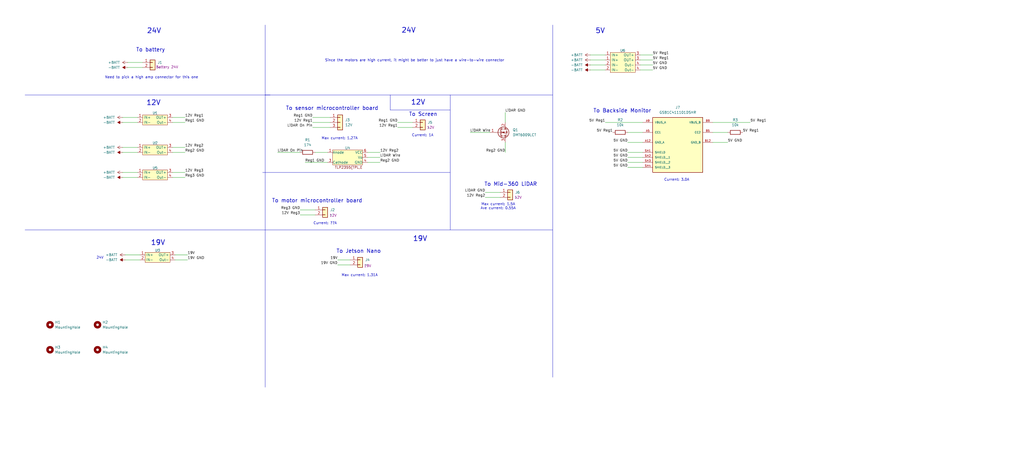
<source format=kicad_sch>
(kicad_sch
	(version 20250114)
	(generator "eeschema")
	(generator_version "9.0")
	(uuid "59b9773a-93d0-463d-9d35-65687b6089a3")
	(paper "User" 519.999 240)
	(title_block
		(title "Power Distribution Board")
		(date "2026-02-01")
		(rev "v1.1")
		(company "Lafyaette College")
		(comment 1 "By Jaden Wurm")
	)
	(lib_symbols
		(symbol "Connector_Generic:Conn_01x02"
			(pin_names
				(offset 1.016)
				(hide yes)
			)
			(exclude_from_sim no)
			(in_bom yes)
			(on_board yes)
			(property "Reference" "J"
				(at 0 2.54 0)
				(effects
					(font
						(size 1.27 1.27)
					)
				)
			)
			(property "Value" "Conn_01x02"
				(at 0 -5.08 0)
				(effects
					(font
						(size 1.27 1.27)
					)
				)
			)
			(property "Footprint" ""
				(at 0 0 0)
				(effects
					(font
						(size 1.27 1.27)
					)
					(hide yes)
				)
			)
			(property "Datasheet" "~"
				(at 0 0 0)
				(effects
					(font
						(size 1.27 1.27)
					)
					(hide yes)
				)
			)
			(property "Description" "Generic connector, single row, 01x02, script generated (kicad-library-utils/schlib/autogen/connector/)"
				(at 0 0 0)
				(effects
					(font
						(size 1.27 1.27)
					)
					(hide yes)
				)
			)
			(property "ki_keywords" "connector"
				(at 0 0 0)
				(effects
					(font
						(size 1.27 1.27)
					)
					(hide yes)
				)
			)
			(property "ki_fp_filters" "Connector*:*_1x??_*"
				(at 0 0 0)
				(effects
					(font
						(size 1.27 1.27)
					)
					(hide yes)
				)
			)
			(symbol "Conn_01x02_1_1"
				(rectangle
					(start -1.27 1.27)
					(end 1.27 -3.81)
					(stroke
						(width 0.254)
						(type default)
					)
					(fill
						(type background)
					)
				)
				(rectangle
					(start -1.27 0.127)
					(end 0 -0.127)
					(stroke
						(width 0.1524)
						(type default)
					)
					(fill
						(type none)
					)
				)
				(rectangle
					(start -1.27 -2.413)
					(end 0 -2.667)
					(stroke
						(width 0.1524)
						(type default)
					)
					(fill
						(type none)
					)
				)
				(pin passive line
					(at -5.08 0 0)
					(length 3.81)
					(name "Pin_1"
						(effects
							(font
								(size 1.27 1.27)
							)
						)
					)
					(number "1"
						(effects
							(font
								(size 1.27 1.27)
							)
						)
					)
				)
				(pin passive line
					(at -5.08 -2.54 0)
					(length 3.81)
					(name "Pin_2"
						(effects
							(font
								(size 1.27 1.27)
							)
						)
					)
					(number "2"
						(effects
							(font
								(size 1.27 1.27)
							)
						)
					)
				)
			)
			(embedded_fonts no)
		)
		(symbol "Connector_Generic:Conn_01x03"
			(pin_names
				(offset 1.016)
				(hide yes)
			)
			(exclude_from_sim no)
			(in_bom yes)
			(on_board yes)
			(property "Reference" "J"
				(at 0 5.08 0)
				(effects
					(font
						(size 1.27 1.27)
					)
				)
			)
			(property "Value" "Conn_01x03"
				(at 0 -5.08 0)
				(effects
					(font
						(size 1.27 1.27)
					)
				)
			)
			(property "Footprint" ""
				(at 0 0 0)
				(effects
					(font
						(size 1.27 1.27)
					)
					(hide yes)
				)
			)
			(property "Datasheet" "~"
				(at 0 0 0)
				(effects
					(font
						(size 1.27 1.27)
					)
					(hide yes)
				)
			)
			(property "Description" "Generic connector, single row, 01x03, script generated (kicad-library-utils/schlib/autogen/connector/)"
				(at 0 0 0)
				(effects
					(font
						(size 1.27 1.27)
					)
					(hide yes)
				)
			)
			(property "ki_keywords" "connector"
				(at 0 0 0)
				(effects
					(font
						(size 1.27 1.27)
					)
					(hide yes)
				)
			)
			(property "ki_fp_filters" "Connector*:*_1x??_*"
				(at 0 0 0)
				(effects
					(font
						(size 1.27 1.27)
					)
					(hide yes)
				)
			)
			(symbol "Conn_01x03_1_1"
				(rectangle
					(start -1.27 3.81)
					(end 1.27 -3.81)
					(stroke
						(width 0.254)
						(type default)
					)
					(fill
						(type background)
					)
				)
				(rectangle
					(start -1.27 2.667)
					(end 0 2.413)
					(stroke
						(width 0.1524)
						(type default)
					)
					(fill
						(type none)
					)
				)
				(rectangle
					(start -1.27 0.127)
					(end 0 -0.127)
					(stroke
						(width 0.1524)
						(type default)
					)
					(fill
						(type none)
					)
				)
				(rectangle
					(start -1.27 -2.413)
					(end 0 -2.667)
					(stroke
						(width 0.1524)
						(type default)
					)
					(fill
						(type none)
					)
				)
				(pin passive line
					(at -5.08 2.54 0)
					(length 3.81)
					(name "Pin_1"
						(effects
							(font
								(size 1.27 1.27)
							)
						)
					)
					(number "1"
						(effects
							(font
								(size 1.27 1.27)
							)
						)
					)
				)
				(pin passive line
					(at -5.08 0 0)
					(length 3.81)
					(name "Pin_2"
						(effects
							(font
								(size 1.27 1.27)
							)
						)
					)
					(number "2"
						(effects
							(font
								(size 1.27 1.27)
							)
						)
					)
				)
				(pin passive line
					(at -5.08 -2.54 0)
					(length 3.81)
					(name "Pin_3"
						(effects
							(font
								(size 1.27 1.27)
							)
						)
					)
					(number "3"
						(effects
							(font
								(size 1.27 1.27)
							)
						)
					)
				)
			)
			(embedded_fonts no)
		)
		(symbol "Device:Q_NMOS_GDS"
			(pin_names
				(offset 0)
				(hide yes)
			)
			(exclude_from_sim no)
			(in_bom yes)
			(on_board yes)
			(property "Reference" "Q"
				(at 5.08 1.27 0)
				(effects
					(font
						(size 1.27 1.27)
					)
					(justify left)
				)
			)
			(property "Value" "Q_NMOS_GDS"
				(at 5.08 -1.27 0)
				(effects
					(font
						(size 1.27 1.27)
					)
					(justify left)
				)
			)
			(property "Footprint" ""
				(at 5.08 2.54 0)
				(effects
					(font
						(size 1.27 1.27)
					)
					(hide yes)
				)
			)
			(property "Datasheet" "~"
				(at 0 0 0)
				(effects
					(font
						(size 1.27 1.27)
					)
					(hide yes)
				)
			)
			(property "Description" "N-MOSFET transistor, gate/drain/source"
				(at 0 0 0)
				(effects
					(font
						(size 1.27 1.27)
					)
					(hide yes)
				)
			)
			(property "ki_keywords" "transistor NMOS N-MOS N-MOSFET"
				(at 0 0 0)
				(effects
					(font
						(size 1.27 1.27)
					)
					(hide yes)
				)
			)
			(symbol "Q_NMOS_GDS_0_1"
				(polyline
					(pts
						(xy 0.254 1.905) (xy 0.254 -1.905)
					)
					(stroke
						(width 0.254)
						(type default)
					)
					(fill
						(type none)
					)
				)
				(polyline
					(pts
						(xy 0.254 0) (xy -2.54 0)
					)
					(stroke
						(width 0)
						(type default)
					)
					(fill
						(type none)
					)
				)
				(polyline
					(pts
						(xy 0.762 2.286) (xy 0.762 1.27)
					)
					(stroke
						(width 0.254)
						(type default)
					)
					(fill
						(type none)
					)
				)
				(polyline
					(pts
						(xy 0.762 0.508) (xy 0.762 -0.508)
					)
					(stroke
						(width 0.254)
						(type default)
					)
					(fill
						(type none)
					)
				)
				(polyline
					(pts
						(xy 0.762 -1.27) (xy 0.762 -2.286)
					)
					(stroke
						(width 0.254)
						(type default)
					)
					(fill
						(type none)
					)
				)
				(polyline
					(pts
						(xy 0.762 -1.778) (xy 3.302 -1.778) (xy 3.302 1.778) (xy 0.762 1.778)
					)
					(stroke
						(width 0)
						(type default)
					)
					(fill
						(type none)
					)
				)
				(polyline
					(pts
						(xy 1.016 0) (xy 2.032 0.381) (xy 2.032 -0.381) (xy 1.016 0)
					)
					(stroke
						(width 0)
						(type default)
					)
					(fill
						(type outline)
					)
				)
				(circle
					(center 1.651 0)
					(radius 2.794)
					(stroke
						(width 0.254)
						(type default)
					)
					(fill
						(type none)
					)
				)
				(polyline
					(pts
						(xy 2.54 2.54) (xy 2.54 1.778)
					)
					(stroke
						(width 0)
						(type default)
					)
					(fill
						(type none)
					)
				)
				(circle
					(center 2.54 1.778)
					(radius 0.254)
					(stroke
						(width 0)
						(type default)
					)
					(fill
						(type outline)
					)
				)
				(circle
					(center 2.54 -1.778)
					(radius 0.254)
					(stroke
						(width 0)
						(type default)
					)
					(fill
						(type outline)
					)
				)
				(polyline
					(pts
						(xy 2.54 -2.54) (xy 2.54 0) (xy 0.762 0)
					)
					(stroke
						(width 0)
						(type default)
					)
					(fill
						(type none)
					)
				)
				(polyline
					(pts
						(xy 2.794 0.508) (xy 2.921 0.381) (xy 3.683 0.381) (xy 3.81 0.254)
					)
					(stroke
						(width 0)
						(type default)
					)
					(fill
						(type none)
					)
				)
				(polyline
					(pts
						(xy 3.302 0.381) (xy 2.921 -0.254) (xy 3.683 -0.254) (xy 3.302 0.381)
					)
					(stroke
						(width 0)
						(type default)
					)
					(fill
						(type none)
					)
				)
			)
			(symbol "Q_NMOS_GDS_1_1"
				(pin input line
					(at -5.08 0 0)
					(length 2.54)
					(name "G"
						(effects
							(font
								(size 1.27 1.27)
							)
						)
					)
					(number "1"
						(effects
							(font
								(size 1.27 1.27)
							)
						)
					)
				)
				(pin passive line
					(at 2.54 5.08 270)
					(length 2.54)
					(name "D"
						(effects
							(font
								(size 1.27 1.27)
							)
						)
					)
					(number "2"
						(effects
							(font
								(size 1.27 1.27)
							)
						)
					)
				)
				(pin passive line
					(at 2.54 -5.08 90)
					(length 2.54)
					(name "S"
						(effects
							(font
								(size 1.27 1.27)
							)
						)
					)
					(number "3"
						(effects
							(font
								(size 1.27 1.27)
							)
						)
					)
				)
			)
			(embedded_fonts no)
		)
		(symbol "Device:R"
			(pin_numbers
				(hide yes)
			)
			(pin_names
				(offset 0)
			)
			(exclude_from_sim no)
			(in_bom yes)
			(on_board yes)
			(property "Reference" "R"
				(at 2.032 0 90)
				(effects
					(font
						(size 1.27 1.27)
					)
				)
			)
			(property "Value" "R"
				(at 0 0 90)
				(effects
					(font
						(size 1.27 1.27)
					)
				)
			)
			(property "Footprint" ""
				(at -1.778 0 90)
				(effects
					(font
						(size 1.27 1.27)
					)
					(hide yes)
				)
			)
			(property "Datasheet" "~"
				(at 0 0 0)
				(effects
					(font
						(size 1.27 1.27)
					)
					(hide yes)
				)
			)
			(property "Description" "Resistor"
				(at 0 0 0)
				(effects
					(font
						(size 1.27 1.27)
					)
					(hide yes)
				)
			)
			(property "ki_keywords" "R res resistor"
				(at 0 0 0)
				(effects
					(font
						(size 1.27 1.27)
					)
					(hide yes)
				)
			)
			(property "ki_fp_filters" "R_*"
				(at 0 0 0)
				(effects
					(font
						(size 1.27 1.27)
					)
					(hide yes)
				)
			)
			(symbol "R_0_1"
				(rectangle
					(start -1.016 -2.54)
					(end 1.016 2.54)
					(stroke
						(width 0.254)
						(type default)
					)
					(fill
						(type none)
					)
				)
			)
			(symbol "R_1_1"
				(pin passive line
					(at 0 3.81 270)
					(length 1.27)
					(name "~"
						(effects
							(font
								(size 1.27 1.27)
							)
						)
					)
					(number "1"
						(effects
							(font
								(size 1.27 1.27)
							)
						)
					)
				)
				(pin passive line
					(at 0 -3.81 90)
					(length 1.27)
					(name "~"
						(effects
							(font
								(size 1.27 1.27)
							)
						)
					)
					(number "2"
						(effects
							(font
								(size 1.27 1.27)
							)
						)
					)
				)
			)
			(embedded_fonts no)
		)
		(symbol "GSB1C411101DSHR:GSB1C411101DSHR"
			(pin_names
				(offset 1.016)
			)
			(exclude_from_sim no)
			(in_bom yes)
			(on_board yes)
			(property "Reference" "J7"
				(at 0 15.24 0)
				(effects
					(font
						(size 1.27 1.27)
					)
				)
			)
			(property "Value" "GSB1C411101DSHR"
				(at 0 12.7 0)
				(effects
					(font
						(size 1.27 1.27)
					)
				)
			)
			(property "Footprint" "USB-C:AMPHENOL_GSB1C411101DSHR"
				(at 0 0 0)
				(effects
					(font
						(size 1.27 1.27)
					)
					(justify bottom)
					(hide yes)
				)
			)
			(property "Datasheet" ""
				(at 0 0 0)
				(effects
					(font
						(size 1.27 1.27)
					)
					(hide yes)
				)
			)
			(property "Description" ""
				(at 0 0 0)
				(effects
					(font
						(size 1.27 1.27)
					)
					(hide yes)
				)
			)
			(property "MAXIMUM_PACKAGE_HEIGHT" "3.16mm"
				(at 0 0 0)
				(effects
					(font
						(size 1.27 1.27)
					)
					(justify bottom)
					(hide yes)
				)
			)
			(property "CREATOR" "AAMIR"
				(at 0 0 0)
				(effects
					(font
						(size 1.27 1.27)
					)
					(justify bottom)
					(hide yes)
				)
			)
			(property "STANDARD" "Manufacturer Recommendations"
				(at 0 0 0)
				(effects
					(font
						(size 1.27 1.27)
					)
					(justify bottom)
					(hide yes)
				)
			)
			(property "PARTREV" "AX1"
				(at 0 0 0)
				(effects
					(font
						(size 1.27 1.27)
					)
					(justify bottom)
					(hide yes)
				)
			)
			(property "VERIFIER" "ASHISH"
				(at 0 0 0)
				(effects
					(font
						(size 1.27 1.27)
					)
					(justify bottom)
					(hide yes)
				)
			)
			(property "MANUFACTURER" "Amphenol"
				(at 0 0 0)
				(effects
					(font
						(size 1.27 1.27)
					)
					(justify bottom)
					(hide yes)
				)
			)
			(symbol "GSB1C411101DSHR_0_0"
				(rectangle
					(start -12.7 10.16)
					(end 12.7 -17.78)
					(stroke
						(width 0.254)
						(type default)
					)
					(fill
						(type background)
					)
				)
				(pin power_in line
					(at -17.78 7.62 0)
					(length 5.08)
					(name "VBUS_A"
						(effects
							(font
								(size 1.016 1.016)
							)
						)
					)
					(number "A9"
						(effects
							(font
								(size 1.016 1.016)
							)
						)
					)
				)
				(pin bidirectional line
					(at -17.78 2.54 0)
					(length 5.08)
					(name "CC1"
						(effects
							(font
								(size 1.016 1.016)
							)
						)
					)
					(number "A5"
						(effects
							(font
								(size 1.016 1.016)
							)
						)
					)
				)
				(pin power_in line
					(at -17.78 -2.54 0)
					(length 5.08)
					(name "GND_A"
						(effects
							(font
								(size 1.016 1.016)
							)
						)
					)
					(number "A12"
						(effects
							(font
								(size 1.016 1.016)
							)
						)
					)
				)
				(pin passive line
					(at -17.78 -7.62 0)
					(length 5.08)
					(name "SHIELD"
						(effects
							(font
								(size 1.016 1.016)
							)
						)
					)
					(number "SH1"
						(effects
							(font
								(size 1.016 1.016)
							)
						)
					)
				)
				(pin passive line
					(at -17.78 -10.16 0)
					(length 5.08)
					(name "SHIELD__1"
						(effects
							(font
								(size 1.016 1.016)
							)
						)
					)
					(number "SH2"
						(effects
							(font
								(size 1.016 1.016)
							)
						)
					)
				)
				(pin passive line
					(at -17.78 -12.7 0)
					(length 5.08)
					(name "SHIELD__2"
						(effects
							(font
								(size 1.016 1.016)
							)
						)
					)
					(number "SH3"
						(effects
							(font
								(size 1.016 1.016)
							)
						)
					)
				)
				(pin passive line
					(at -17.78 -15.24 0)
					(length 5.08)
					(name "SHIELD__3"
						(effects
							(font
								(size 1.016 1.016)
							)
						)
					)
					(number "SH4"
						(effects
							(font
								(size 1.016 1.016)
							)
						)
					)
				)
				(pin power_in line
					(at 17.78 7.62 180)
					(length 5.08)
					(name "VBUS_B"
						(effects
							(font
								(size 1.016 1.016)
							)
						)
					)
					(number "B9"
						(effects
							(font
								(size 1.016 1.016)
							)
						)
					)
				)
				(pin bidirectional line
					(at 17.78 2.54 180)
					(length 5.08)
					(name "CC2"
						(effects
							(font
								(size 1.016 1.016)
							)
						)
					)
					(number "B5"
						(effects
							(font
								(size 1.016 1.016)
							)
						)
					)
				)
				(pin power_in line
					(at 17.78 -2.54 180)
					(length 5.08)
					(name "GND_B"
						(effects
							(font
								(size 1.016 1.016)
							)
						)
					)
					(number "B12"
						(effects
							(font
								(size 1.016 1.016)
							)
						)
					)
				)
			)
			(embedded_fonts no)
		)
		(symbol "LM2596_1"
			(exclude_from_sim no)
			(in_bom yes)
			(on_board yes)
			(property "Reference" "U6"
				(at 0 3.556 0)
				(do_not_autoplace)
				(effects
					(font
						(size 1.27 1.27)
					)
				)
			)
			(property "Value" "~"
				(at 0 3.81 0)
				(effects
					(font
						(size 1.27 1.27)
					)
				)
			)
			(property "Footprint" "PowerDistro - now with 2 extra buck converters:5V_Buck_Converter_Footprint"
				(at 0.762 9.906 0)
				(effects
					(font
						(size 1.27 1.27)
					)
					(hide yes)
				)
			)
			(property "Datasheet" ""
				(at 0 0 0)
				(effects
					(font
						(size 1.27 1.27)
					)
					(hide yes)
				)
			)
			(property "Description" ""
				(at 0 0 0)
				(effects
					(font
						(size 1.27 1.27)
					)
					(hide yes)
				)
			)
			(property "Connects To" ""
				(at 0 0 0)
				(effects
					(font
						(size 1.27 1.27)
					)
					(hide yes)
				)
			)
			(symbol "LM2596_1_1_1"
				(rectangle
					(start -6.35 2.54)
					(end 6.35 -7.62)
					(stroke
						(width 0)
						(type default)
					)
					(fill
						(type background)
					)
				)
				(pin input line
					(at -8.89 1.27 0)
					(length 2.54)
					(name "IN+"
						(effects
							(font
								(size 1.27 1.27)
							)
						)
					)
					(number "1"
						(effects
							(font
								(size 1.27 1.27)
							)
						)
					)
				)
				(pin input line
					(at -8.89 -1.27 0)
					(length 2.54)
					(name "IN+"
						(effects
							(font
								(size 1.27 1.27)
							)
						)
					)
					(number "1"
						(effects
							(font
								(size 1.27 1.27)
							)
						)
					)
				)
				(pin input line
					(at -8.89 -3.81 0)
					(length 2.54)
					(name "IN-"
						(effects
							(font
								(size 1.27 1.27)
							)
						)
					)
					(number "2"
						(effects
							(font
								(size 1.27 1.27)
							)
						)
					)
				)
				(pin input line
					(at -8.89 -6.35 0)
					(length 2.54)
					(name "IN-"
						(effects
							(font
								(size 1.27 1.27)
							)
						)
					)
					(number "2"
						(effects
							(font
								(size 1.27 1.27)
							)
						)
					)
				)
				(pin output line
					(at 8.89 1.27 180)
					(length 2.54)
					(name "OUT+"
						(effects
							(font
								(size 1.27 1.27)
							)
						)
					)
					(number "3"
						(effects
							(font
								(size 1.27 1.27)
							)
						)
					)
				)
				(pin output line
					(at 8.89 -1.27 180)
					(length 2.54)
					(name "OUT+"
						(effects
							(font
								(size 1.27 1.27)
							)
						)
					)
					(number "3"
						(effects
							(font
								(size 1.27 1.27)
							)
						)
					)
				)
				(pin output line
					(at 8.89 -3.81 180)
					(length 2.54)
					(name "Out-"
						(effects
							(font
								(size 1.27 1.27)
							)
						)
					)
					(number "4"
						(effects
							(font
								(size 1.27 1.27)
							)
						)
					)
				)
				(pin output line
					(at 8.89 -6.35 180)
					(length 2.54)
					(name "Out-"
						(effects
							(font
								(size 1.27 1.27)
							)
						)
					)
					(number "4"
						(effects
							(font
								(size 1.27 1.27)
							)
						)
					)
				)
			)
			(embedded_fonts no)
		)
		(symbol "Mechanical:MountingHole"
			(pin_names
				(offset 1.016)
			)
			(exclude_from_sim yes)
			(in_bom no)
			(on_board yes)
			(property "Reference" "H"
				(at 0 5.08 0)
				(effects
					(font
						(size 1.27 1.27)
					)
				)
			)
			(property "Value" "MountingHole"
				(at 0 3.175 0)
				(effects
					(font
						(size 1.27 1.27)
					)
				)
			)
			(property "Footprint" ""
				(at 0 0 0)
				(effects
					(font
						(size 1.27 1.27)
					)
					(hide yes)
				)
			)
			(property "Datasheet" "~"
				(at 0 0 0)
				(effects
					(font
						(size 1.27 1.27)
					)
					(hide yes)
				)
			)
			(property "Description" "Mounting Hole without connection"
				(at 0 0 0)
				(effects
					(font
						(size 1.27 1.27)
					)
					(hide yes)
				)
			)
			(property "ki_keywords" "mounting hole"
				(at 0 0 0)
				(effects
					(font
						(size 1.27 1.27)
					)
					(hide yes)
				)
			)
			(property "ki_fp_filters" "MountingHole*"
				(at 0 0 0)
				(effects
					(font
						(size 1.27 1.27)
					)
					(hide yes)
				)
			)
			(symbol "MountingHole_0_1"
				(circle
					(center 0 0)
					(radius 1.27)
					(stroke
						(width 1.27)
						(type default)
					)
					(fill
						(type none)
					)
				)
			)
			(embedded_fonts no)
		)
		(symbol "OptoIsolators:TLP2355(TPL,E"
			(pin_names
				(offset 0.002)
			)
			(exclude_from_sim no)
			(in_bom yes)
			(on_board yes)
			(property "Reference" "U"
				(at 0 4.826 0)
				(do_not_autoplace)
				(effects
					(font
						(size 1.27 1.27)
					)
				)
			)
			(property "Value" ""
				(at 0 2.54 0)
				(effects
					(font
						(size 1.27 1.27)
					)
				)
			)
			(property "Footprint" "Package_SO:SO-5-6_4.55x3.7mm_P1.27mm"
				(at 0.762 -7.112 0)
				(effects
					(font
						(size 1.27 1.27)
					)
					(hide yes)
				)
			)
			(property "Datasheet" ""
				(at 0 2.54 0)
				(effects
					(font
						(size 1.27 1.27)
					)
					(hide yes)
				)
			)
			(property "Description" ""
				(at 0 2.54 0)
				(effects
					(font
						(size 1.27 1.27)
					)
					(hide yes)
				)
			)
			(symbol "TLP2355(TPL,E_1_1"
				(rectangle
					(start -7.62 3.81)
					(end 7.62 -3.81)
					(stroke
						(width 0)
						(type default)
					)
					(fill
						(type background)
					)
				)
				(text "TLP2355(TPL,E"
					(at 0.508 -5.08 0)
					(effects
						(font
							(size 1.27 1.27)
						)
					)
				)
				(pin input line
					(at -10.16 2.54 0)
					(length 2.54)
					(name "Anode"
						(effects
							(font
								(size 1.27 1.27)
							)
						)
					)
					(number "1"
						(effects
							(font
								(size 1.27 1.27)
							)
						)
					)
				)
				(pin input line
					(at -10.16 -2.54 0)
					(length 2.54)
					(name "Cathode"
						(effects
							(font
								(size 1.27 1.27)
							)
						)
					)
					(number "3"
						(effects
							(font
								(size 1.27 1.27)
							)
						)
					)
				)
				(pin input line
					(at 10.16 2.54 180)
					(length 2.54)
					(name "VCC"
						(effects
							(font
								(size 1.27 1.27)
							)
						)
					)
					(number "6"
						(effects
							(font
								(size 1.27 1.27)
							)
						)
					)
				)
				(pin output line
					(at 10.16 0 180)
					(length 2.54)
					(name "Vo"
						(effects
							(font
								(size 1.27 1.27)
							)
						)
					)
					(number "5"
						(effects
							(font
								(size 1.27 1.27)
							)
						)
					)
				)
				(pin input line
					(at 10.16 -2.54 180)
					(length 2.54)
					(name "GND"
						(effects
							(font
								(size 1.27 1.27)
							)
						)
					)
					(number "4"
						(effects
							(font
								(size 1.27 1.27)
							)
						)
					)
				)
			)
			(embedded_fonts no)
		)
		(symbol "Regulator_Boards:LM2596"
			(exclude_from_sim no)
			(in_bom yes)
			(on_board yes)
			(property "Reference" "U"
				(at 0 3.556 0)
				(do_not_autoplace)
				(effects
					(font
						(size 1.27 1.27)
					)
				)
			)
			(property "Value" ""
				(at 0 0 0)
				(effects
					(font
						(size 1.27 1.27)
					)
				)
			)
			(property "Footprint" ""
				(at 0 0 0)
				(effects
					(font
						(size 1.27 1.27)
					)
					(hide yes)
				)
			)
			(property "Datasheet" ""
				(at 0 0 0)
				(effects
					(font
						(size 1.27 1.27)
					)
					(hide yes)
				)
			)
			(property "Description" ""
				(at 0 0 0)
				(effects
					(font
						(size 1.27 1.27)
					)
					(hide yes)
				)
			)
			(symbol "LM2596_1_1"
				(rectangle
					(start -6.35 2.54)
					(end 6.35 -2.54)
					(stroke
						(width 0)
						(type default)
					)
					(fill
						(type background)
					)
				)
				(pin input line
					(at -8.89 1.27 0)
					(length 2.54)
					(name "IN+"
						(effects
							(font
								(size 1.27 1.27)
							)
						)
					)
					(number "1"
						(effects
							(font
								(size 1.27 1.27)
							)
						)
					)
				)
				(pin input line
					(at -8.89 -1.27 0)
					(length 2.54)
					(name "IN-"
						(effects
							(font
								(size 1.27 1.27)
							)
						)
					)
					(number "2"
						(effects
							(font
								(size 1.27 1.27)
							)
						)
					)
				)
				(pin output line
					(at 8.89 1.27 180)
					(length 2.54)
					(name "OUT+"
						(effects
							(font
								(size 1.27 1.27)
							)
						)
					)
					(number "3"
						(effects
							(font
								(size 1.27 1.27)
							)
						)
					)
				)
				(pin output line
					(at 8.89 -1.27 180)
					(length 2.54)
					(name "Out-"
						(effects
							(font
								(size 1.27 1.27)
							)
						)
					)
					(number "4"
						(effects
							(font
								(size 1.27 1.27)
							)
						)
					)
				)
			)
			(embedded_fonts no)
		)
		(symbol "power:+BATT"
			(power)
			(pin_numbers
				(hide yes)
			)
			(pin_names
				(offset 0)
				(hide yes)
			)
			(exclude_from_sim no)
			(in_bom yes)
			(on_board yes)
			(property "Reference" "#PWR"
				(at 0 -3.81 0)
				(effects
					(font
						(size 1.27 1.27)
					)
					(hide yes)
				)
			)
			(property "Value" "+BATT"
				(at 0 3.556 0)
				(effects
					(font
						(size 1.27 1.27)
					)
				)
			)
			(property "Footprint" ""
				(at 0 0 0)
				(effects
					(font
						(size 1.27 1.27)
					)
					(hide yes)
				)
			)
			(property "Datasheet" ""
				(at 0 0 0)
				(effects
					(font
						(size 1.27 1.27)
					)
					(hide yes)
				)
			)
			(property "Description" "Power symbol creates a global label with name \"+BATT\""
				(at 0 0 0)
				(effects
					(font
						(size 1.27 1.27)
					)
					(hide yes)
				)
			)
			(property "ki_keywords" "global power battery"
				(at 0 0 0)
				(effects
					(font
						(size 1.27 1.27)
					)
					(hide yes)
				)
			)
			(symbol "+BATT_0_1"
				(polyline
					(pts
						(xy -0.762 1.27) (xy 0 2.54)
					)
					(stroke
						(width 0)
						(type default)
					)
					(fill
						(type none)
					)
				)
				(polyline
					(pts
						(xy 0 2.54) (xy 0.762 1.27)
					)
					(stroke
						(width 0)
						(type default)
					)
					(fill
						(type none)
					)
				)
				(polyline
					(pts
						(xy 0 0) (xy 0 2.54)
					)
					(stroke
						(width 0)
						(type default)
					)
					(fill
						(type none)
					)
				)
			)
			(symbol "+BATT_1_1"
				(pin power_in line
					(at 0 0 90)
					(length 0)
					(name "~"
						(effects
							(font
								(size 1.27 1.27)
							)
						)
					)
					(number "1"
						(effects
							(font
								(size 1.27 1.27)
							)
						)
					)
				)
			)
			(embedded_fonts no)
		)
		(symbol "power:-BATT"
			(power)
			(pin_numbers
				(hide yes)
			)
			(pin_names
				(offset 0)
				(hide yes)
			)
			(exclude_from_sim no)
			(in_bom yes)
			(on_board yes)
			(property "Reference" "#PWR"
				(at 0 -3.81 0)
				(effects
					(font
						(size 1.27 1.27)
					)
					(hide yes)
				)
			)
			(property "Value" "-BATT"
				(at 0 3.556 0)
				(effects
					(font
						(size 1.27 1.27)
					)
				)
			)
			(property "Footprint" ""
				(at 0 0 0)
				(effects
					(font
						(size 1.27 1.27)
					)
					(hide yes)
				)
			)
			(property "Datasheet" ""
				(at 0 0 0)
				(effects
					(font
						(size 1.27 1.27)
					)
					(hide yes)
				)
			)
			(property "Description" "Power symbol creates a global label with name \"-BATT\""
				(at 0 0 0)
				(effects
					(font
						(size 1.27 1.27)
					)
					(hide yes)
				)
			)
			(property "ki_keywords" "global power battery"
				(at 0 0 0)
				(effects
					(font
						(size 1.27 1.27)
					)
					(hide yes)
				)
			)
			(symbol "-BATT_0_1"
				(polyline
					(pts
						(xy 0 0) (xy 0 2.54)
					)
					(stroke
						(width 0)
						(type default)
					)
					(fill
						(type none)
					)
				)
				(polyline
					(pts
						(xy 0.762 1.27) (xy -0.762 1.27) (xy 0 2.54) (xy 0.762 1.27)
					)
					(stroke
						(width 0)
						(type default)
					)
					(fill
						(type outline)
					)
				)
			)
			(symbol "-BATT_1_1"
				(pin power_in line
					(at 0 0 90)
					(length 0)
					(name "~"
						(effects
							(font
								(size 1.27 1.27)
							)
						)
					)
					(number "1"
						(effects
							(font
								(size 1.27 1.27)
							)
						)
					)
				)
			)
			(embedded_fonts no)
		)
	)
	(text "Current: 1A"
		(exclude_from_sim no)
		(at 214.63 68.834 0)
		(effects
			(font
				(size 1.27 1.27)
			)
		)
		(uuid "0092d256-04f2-4e20-857d-5b26042bd093")
	)
	(text "Current: 3.0A"
		(exclude_from_sim no)
		(at 343.662 91.44 0)
		(effects
			(font
				(size 1.27 1.27)
			)
		)
		(uuid "0a7fecd6-85c2-4b0c-b06d-ecd3f7f66fb7")
	)
	(text "24V"
		(exclude_from_sim no)
		(at 50.8 131.064 0)
		(effects
			(font
				(size 1.27 1.27)
			)
		)
		(uuid "165c6f41-9d03-4a0c-96a5-0060725298c2")
	)
	(text "To Jetson Nano"
		(exclude_from_sim no)
		(at 182.118 127.762 0)
		(effects
			(font
				(size 1.905 1.905)
				(thickness 0.2381)
			)
		)
		(uuid "18cfdb36-373b-4799-bfbe-422ff1524610")
	)
	(text "To battery"
		(exclude_from_sim no)
		(at 76.454 25.4 0)
		(effects
			(font
				(size 1.905 1.905)
				(thickness 0.2381)
			)
		)
		(uuid "1d76ba39-a0ca-4377-8f4c-244d8d4b1149")
	)
	(text "19V"
		(exclude_from_sim no)
		(at 213.36 121.412 0)
		(effects
			(font
				(size 2.54 2.54)
				(thickness 0.3175)
			)
		)
		(uuid "20eafb08-2a94-4d3f-9b6c-b964acd8c5e5")
	)
	(text "12V"
		(exclude_from_sim no)
		(at 212.344 52.07 0)
		(effects
			(font
				(size 2.54 2.54)
				(thickness 0.3175)
			)
		)
		(uuid "39fbb93d-ad2e-45bb-aafe-85a6a4364124")
	)
	(text "19V"
		(exclude_from_sim no)
		(at 80.264 123.444 0)
		(effects
			(font
				(size 2.54 2.54)
				(thickness 0.3175)
			)
		)
		(uuid "42b2d0cd-e3e0-4771-9aff-31a3e54d1e70")
	)
	(text "Max current: 1.27A"
		(exclude_from_sim no)
		(at 172.466 70.358 0)
		(effects
			(font
				(size 1.27 1.27)
			)
		)
		(uuid "4ff1c052-5640-4240-a8af-3a765d86733f")
	)
	(text "24V"
		(exclude_from_sim no)
		(at 78.232 15.748 0)
		(effects
			(font
				(size 2.54 2.54)
				(thickness 0.3175)
			)
		)
		(uuid "6ca2a2fe-4106-4cab-b387-e93c4ea3d12c")
	)
	(text "Since the motors are high current, it might be better to just have a wire-to-wire connector"
		(exclude_from_sim no)
		(at 210.566 30.734 0)
		(effects
			(font
				(size 1.27 1.27)
			)
		)
		(uuid "75d049ff-5210-45c4-a440-3bfec3788c6f")
	)
	(text "To sensor microcontroller board"
		(exclude_from_sim no)
		(at 168.656 55.118 0)
		(effects
			(font
				(size 1.905 1.905)
				(thickness 0.2381)
			)
		)
		(uuid "7c40ea31-ca7d-4acf-b4ca-802178da8dd5")
	)
	(text "12V"
		(exclude_from_sim no)
		(at 77.978 52.324 0)
		(effects
			(font
				(size 2.54 2.54)
				(thickness 0.3175)
			)
		)
		(uuid "7e0225a7-db73-4bd0-9620-87132697acb6")
	)
	(text "To Backside Monitor"
		(exclude_from_sim no)
		(at 315.976 56.388 0)
		(effects
			(font
				(size 1.905 1.905)
				(thickness 0.2381)
			)
		)
		(uuid "97e9a30c-cde6-4bd7-8dd4-dde93b55c524")
	)
	(text "To motor microcontroller board"
		(exclude_from_sim no)
		(at 161.036 102.108 0)
		(effects
			(font
				(size 1.905 1.905)
				(thickness 0.2381)
			)
		)
		(uuid "9a8e5bf7-266d-4138-940f-99453d09940d")
	)
	(text "To Mid-360 LiDAR\n"
		(exclude_from_sim no)
		(at 259.334 93.726 0)
		(effects
			(font
				(size 1.905 1.905)
				(thickness 0.2381)
			)
		)
		(uuid "9d454bb6-9ccc-4b67-974f-eb664e5ef8ec")
	)
	(text "5V"
		(exclude_from_sim no)
		(at 304.8 15.748 0)
		(effects
			(font
				(size 2.54 2.54)
				(thickness 0.3175)
			)
		)
		(uuid "a082d06a-038c-43e6-a223-8a8971fb853f")
	)
	(text "Need to pick a high amp connector for this one"
		(exclude_from_sim no)
		(at 76.962 39.37 0)
		(effects
			(font
				(size 1.27 1.27)
			)
		)
		(uuid "a1b87ebe-1a2b-47cf-b04f-75be0cd0d571")
	)
	(text "To Screen\n"
		(exclude_from_sim no)
		(at 214.884 58.166 0)
		(effects
			(font
				(size 1.905 1.905)
				(thickness 0.2381)
			)
		)
		(uuid "c90771fb-6f2f-4d64-a45c-2341dd780c8f")
	)
	(text "24V"
		(exclude_from_sim no)
		(at 207.518 15.494 0)
		(effects
			(font
				(size 2.54 2.54)
				(thickness 0.3175)
			)
		)
		(uuid "d87baaf0-8fc9-4ab5-9426-92b3883edbd9")
	)
	(text "Current: ??A"
		(exclude_from_sim no)
		(at 165.1 113.538 0)
		(effects
			(font
				(size 1.27 1.27)
			)
		)
		(uuid "d9f92a67-3ae4-47fb-8f5a-33d566e55f98")
	)
	(text "Max current: 1.5A\nAve current: 0.55A"
		(exclude_from_sim no)
		(at 252.984 104.902 0)
		(effects
			(font
				(size 1.27 1.27)
			)
		)
		(uuid "db91f444-64d2-49c0-a715-ce975803e825")
	)
	(text "Max current: 1.31A"
		(exclude_from_sim no)
		(at 182.626 139.954 0)
		(effects
			(font
				(size 1.27 1.27)
			)
		)
		(uuid "f3112860-f466-47c2-b277-a71471ff44f3")
	)
	(wire
		(pts
			(xy 87.63 90.17) (xy 93.98 90.17)
		)
		(stroke
			(width 0)
			(type default)
		)
		(uuid "0c48ae89-920d-46e4-93ae-1e3a8dee90e7")
	)
	(polyline
		(pts
			(xy 134.62 12.7) (xy 134.62 48.26)
		)
		(stroke
			(width 0)
			(type default)
		)
		(uuid "1071a3a1-68d6-4700-ac9c-2ba3b3033173")
	)
	(wire
		(pts
			(xy 201.93 62.23) (xy 209.55 62.23)
		)
		(stroke
			(width 0)
			(type default)
		)
		(uuid "10fc8cba-0665-470d-bdf0-f5008f084a22")
	)
	(polyline
		(pts
			(xy 133.35 87.63) (xy 228.6 87.63)
		)
		(stroke
			(width 0)
			(type default)
		)
		(uuid "1c2e7f97-aadd-49cd-b128-17a5282c3010")
	)
	(wire
		(pts
			(xy 87.63 77.47) (xy 93.98 77.47)
		)
		(stroke
			(width 0)
			(type default)
		)
		(uuid "1d451ef2-7798-41b3-bacf-413056c5de6a")
	)
	(wire
		(pts
			(xy 325.12 27.94) (xy 331.47 27.94)
		)
		(stroke
			(width 0)
			(type default)
		)
		(uuid "2193d181-cab6-40dd-a161-37b7463bc7ee")
	)
	(wire
		(pts
			(xy 158.75 59.69) (xy 167.64 59.69)
		)
		(stroke
			(width 0)
			(type default)
		)
		(uuid "233ee70b-4d06-49e9-a269-9079c8565564")
	)
	(polyline
		(pts
			(xy 228.6 48.26) (xy 228.6 116.84)
		)
		(stroke
			(width 0)
			(type default)
		)
		(uuid "2387cc37-e3d8-4548-af62-47f540392ab5")
	)
	(wire
		(pts
			(xy 167.64 64.77) (xy 158.75 64.77)
		)
		(stroke
			(width 0)
			(type default)
		)
		(uuid "23f392cb-de13-44d4-9b0c-8be258013d9f")
	)
	(wire
		(pts
			(xy 238.76 67.31) (xy 248.92 67.31)
		)
		(stroke
			(width 0)
			(type default)
		)
		(uuid "265a02e5-fbae-4c34-a4a8-cfddb617f650")
	)
	(wire
		(pts
			(xy 63.5 129.54) (xy 71.12 129.54)
		)
		(stroke
			(width 0)
			(type default)
		)
		(uuid "2cae33da-f10c-442a-a77d-dcbf01a5575e")
	)
	(polyline
		(pts
			(xy 198.12 55.88) (xy 228.6 55.88)
		)
		(stroke
			(width 0)
			(type default)
		)
		(uuid "2da87b6f-439f-499b-97e2-2b934023f1c5")
	)
	(wire
		(pts
			(xy 325.12 35.56) (xy 331.47 35.56)
		)
		(stroke
			(width 0)
			(type default)
		)
		(uuid "3054f0d2-6dac-4ac6-99ff-a001a6baaa0c")
	)
	(wire
		(pts
			(xy 299.72 33.02) (xy 307.34 33.02)
		)
		(stroke
			(width 0)
			(type default)
		)
		(uuid "3e741248-00ac-4e5d-b422-9ed7197fc0f8")
	)
	(wire
		(pts
			(xy 186.69 82.55) (xy 193.04 82.55)
		)
		(stroke
			(width 0)
			(type default)
		)
		(uuid "3fe24889-5b52-4fde-ab4c-0d98f503ee30")
	)
	(wire
		(pts
			(xy 299.72 27.94) (xy 307.34 27.94)
		)
		(stroke
			(width 0)
			(type default)
		)
		(uuid "43a69526-1a1a-4dd1-bde5-fdaaf94cca3e")
	)
	(wire
		(pts
			(xy 88.9 132.08) (xy 95.25 132.08)
		)
		(stroke
			(width 0)
			(type default)
		)
		(uuid "4eca4040-7eeb-4bb5-b39f-7129b6bd1f07")
	)
	(wire
		(pts
			(xy 201.93 64.77) (xy 209.55 64.77)
		)
		(stroke
			(width 0)
			(type default)
		)
		(uuid "52ee88b3-3f44-4c6a-bf44-20eda5e843c8")
	)
	(wire
		(pts
			(xy 299.72 35.56) (xy 307.34 35.56)
		)
		(stroke
			(width 0)
			(type default)
		)
		(uuid "5348e949-d2a2-44c4-9b0b-be674d154d59")
	)
	(wire
		(pts
			(xy 177.8 134.62) (xy 171.45 134.62)
		)
		(stroke
			(width 0)
			(type default)
		)
		(uuid "5537142f-e691-484f-8870-c4862722fdd3")
	)
	(wire
		(pts
			(xy 318.77 82.55) (xy 326.39 82.55)
		)
		(stroke
			(width 0)
			(type default)
		)
		(uuid "569349d3-061a-4e85-a966-08a1569ec988")
	)
	(wire
		(pts
			(xy 325.12 30.48) (xy 331.47 30.48)
		)
		(stroke
			(width 0)
			(type default)
		)
		(uuid "5d771972-fc8e-4a67-a726-6bcfabe1b758")
	)
	(polyline
		(pts
			(xy 198.12 48.26) (xy 198.12 55.88)
		)
		(stroke
			(width 0)
			(type default)
		)
		(uuid "6b58b980-bf22-457c-8f7f-893eb018470a")
	)
	(wire
		(pts
			(xy 256.54 72.39) (xy 256.54 77.47)
		)
		(stroke
			(width 0)
			(type default)
		)
		(uuid "6c3be751-55e3-4f98-b54c-f60cb2893cd7")
	)
	(wire
		(pts
			(xy 318.77 77.47) (xy 326.39 77.47)
		)
		(stroke
			(width 0)
			(type default)
		)
		(uuid "6d664aaf-52a0-4b25-9e15-77805f18e552")
	)
	(wire
		(pts
			(xy 87.63 87.63) (xy 93.98 87.63)
		)
		(stroke
			(width 0)
			(type default)
		)
		(uuid "71c2dc3e-facb-44cc-bceb-7ec0b269e1c4")
	)
	(wire
		(pts
			(xy 62.23 74.93) (xy 69.85 74.93)
		)
		(stroke
			(width 0)
			(type default)
		)
		(uuid "755e4850-d596-4e30-8888-b680c8023562")
	)
	(wire
		(pts
			(xy 177.8 132.08) (xy 171.45 132.08)
		)
		(stroke
			(width 0)
			(type default)
		)
		(uuid "7a90e836-3480-48d9-9f87-a510bb8bd609")
	)
	(wire
		(pts
			(xy 318.77 85.09) (xy 326.39 85.09)
		)
		(stroke
			(width 0)
			(type default)
		)
		(uuid "7fcdeb95-0c92-4bb3-a86b-9ac0956094f6")
	)
	(wire
		(pts
			(xy 62.23 77.47) (xy 69.85 77.47)
		)
		(stroke
			(width 0)
			(type default)
		)
		(uuid "8116f11d-0d95-4610-ad42-0578bbede89b")
	)
	(wire
		(pts
			(xy 152.4 109.22) (xy 160.02 109.22)
		)
		(stroke
			(width 0)
			(type default)
		)
		(uuid "882bf268-cd43-4114-8f05-73959a03cf05")
	)
	(wire
		(pts
			(xy 361.95 67.31) (xy 369.57 67.31)
		)
		(stroke
			(width 0)
			(type default)
		)
		(uuid "8a680798-5531-454b-a2b9-19eac6cf10b9")
	)
	(polyline
		(pts
			(xy 12.7 48.26) (xy 280.67 48.26)
		)
		(stroke
			(width 0)
			(type default)
		)
		(uuid "8d73d51b-342b-470c-a0b4-cdab9aff3212")
	)
	(wire
		(pts
			(xy 62.23 90.17) (xy 69.85 90.17)
		)
		(stroke
			(width 0)
			(type default)
		)
		(uuid "8e528849-d815-477d-890d-eac1e48d9215")
	)
	(wire
		(pts
			(xy 256.54 57.15) (xy 256.54 62.23)
		)
		(stroke
			(width 0)
			(type default)
		)
		(uuid "8ed5d72a-9165-492c-9447-be77daf699b5")
	)
	(wire
		(pts
			(xy 186.69 80.01) (xy 193.04 80.01)
		)
		(stroke
			(width 0)
			(type default)
		)
		(uuid "90558d50-d5c9-49f5-956c-c54aadcd27bb")
	)
	(wire
		(pts
			(xy 158.75 62.23) (xy 167.64 62.23)
		)
		(stroke
			(width 0)
			(type default)
		)
		(uuid "94289d27-5623-41e6-9400-3585e66b2b26")
	)
	(wire
		(pts
			(xy 160.02 77.47) (xy 166.37 77.47)
		)
		(stroke
			(width 0)
			(type default)
		)
		(uuid "96a68ad2-a7e5-4121-a32d-ec8555d04c8d")
	)
	(polyline
		(pts
			(xy 137.16 48.26) (xy 134.62 48.26)
		)
		(stroke
			(width 0)
			(type default)
		)
		(uuid "979f1119-a557-4251-9e47-993f0d77ad39")
	)
	(wire
		(pts
			(xy 64.77 34.29) (xy 72.39 34.29)
		)
		(stroke
			(width 0)
			(type default)
		)
		(uuid "9b90ef8c-6b67-465a-b5bc-afd3ca4a2763")
	)
	(wire
		(pts
			(xy 154.94 82.55) (xy 166.37 82.55)
		)
		(stroke
			(width 0)
			(type default)
		)
		(uuid "9bcaf4c9-b299-4123-90ee-0b59bb864585")
	)
	(wire
		(pts
			(xy 246.38 97.79) (xy 254 97.79)
		)
		(stroke
			(width 0)
			(type default)
		)
		(uuid "9f27a92d-4981-49d4-b3a0-6e9951174d20")
	)
	(wire
		(pts
			(xy 186.69 77.47) (xy 193.04 77.47)
		)
		(stroke
			(width 0)
			(type default)
		)
		(uuid "a2bfd4fb-9586-4f3e-b5db-2d771b6d8817")
	)
	(wire
		(pts
			(xy 325.12 33.02) (xy 331.47 33.02)
		)
		(stroke
			(width 0)
			(type default)
		)
		(uuid "a40b5b01-bea4-491d-bd14-a322451d0dad")
	)
	(wire
		(pts
			(xy 62.23 87.63) (xy 69.85 87.63)
		)
		(stroke
			(width 0)
			(type default)
		)
		(uuid "a8ed8202-c3fa-4a34-ba86-5ce301c4f3de")
	)
	(wire
		(pts
			(xy 87.63 74.93) (xy 93.98 74.93)
		)
		(stroke
			(width 0)
			(type default)
		)
		(uuid "a944e7eb-c8f2-48dc-8927-e47e26cca145")
	)
	(wire
		(pts
			(xy 246.38 100.33) (xy 254 100.33)
		)
		(stroke
			(width 0)
			(type default)
		)
		(uuid "ab3b0117-09c6-4c9d-b9db-741dcef29cdb")
	)
	(wire
		(pts
			(xy 63.5 132.08) (xy 71.12 132.08)
		)
		(stroke
			(width 0)
			(type default)
		)
		(uuid "ab99d89e-2063-4a38-9d3f-8759d26cedbd")
	)
	(wire
		(pts
			(xy 361.95 72.39) (xy 369.57 72.39)
		)
		(stroke
			(width 0)
			(type default)
		)
		(uuid "b5a7b50e-f172-43d5-b2c4-a96b0b78f926")
	)
	(polyline
		(pts
			(xy 280.67 12.7) (xy 280.67 191.77)
		)
		(stroke
			(width 0)
			(type default)
		)
		(uuid "bd38e74a-05f4-45ad-9dd6-cb94c96afa28")
	)
	(wire
		(pts
			(xy 318.77 72.39) (xy 326.39 72.39)
		)
		(stroke
			(width 0)
			(type default)
		)
		(uuid "be7db571-39ea-46d8-811a-935f532ffe25")
	)
	(wire
		(pts
			(xy 318.77 80.01) (xy 326.39 80.01)
		)
		(stroke
			(width 0)
			(type default)
		)
		(uuid "bee35a96-45f8-4648-9bf5-68af15ab1b22")
	)
	(wire
		(pts
			(xy 140.97 77.47) (xy 152.4 77.47)
		)
		(stroke
			(width 0)
			(type default)
		)
		(uuid "c364a246-05c4-4ded-b40f-aa0c7728b50b")
	)
	(polyline
		(pts
			(xy 134.62 48.26) (xy 134.62 196.85)
		)
		(stroke
			(width 0)
			(type default)
		)
		(uuid "cb2ddccf-c596-4b64-a351-5a114c541712")
	)
	(wire
		(pts
			(xy 307.34 62.23) (xy 326.39 62.23)
		)
		(stroke
			(width 0)
			(type default)
		)
		(uuid "cdfe5fff-e5d5-4cb0-8050-600e6c54b5e1")
	)
	(wire
		(pts
			(xy 299.72 30.48) (xy 307.34 30.48)
		)
		(stroke
			(width 0)
			(type default)
		)
		(uuid "d94d1807-5f77-4237-a2c4-d7ef6bddba71")
	)
	(wire
		(pts
			(xy 87.63 62.23) (xy 93.98 62.23)
		)
		(stroke
			(width 0)
			(type default)
		)
		(uuid "dba8e7d5-dbbe-4266-9c3e-fd2dff6d4064")
	)
	(wire
		(pts
			(xy 62.23 62.23) (xy 69.85 62.23)
		)
		(stroke
			(width 0)
			(type default)
		)
		(uuid "df9a254d-157e-4c5f-96ce-1838da0e267b")
	)
	(wire
		(pts
			(xy 64.77 31.75) (xy 72.39 31.75)
		)
		(stroke
			(width 0)
			(type default)
		)
		(uuid "e062c339-99bb-4b8a-a3c4-ac8052aed4b9")
	)
	(wire
		(pts
			(xy 87.63 59.69) (xy 93.98 59.69)
		)
		(stroke
			(width 0)
			(type default)
		)
		(uuid "e3b39448-9e94-439c-a166-577633675345")
	)
	(wire
		(pts
			(xy 361.95 62.23) (xy 381 62.23)
		)
		(stroke
			(width 0)
			(type default)
		)
		(uuid "e44b6753-99bc-473d-9c10-4c8cfb0006b7")
	)
	(polyline
		(pts
			(xy 12.7 116.84) (xy 280.67 116.84)
		)
		(stroke
			(width 0)
			(type default)
		)
		(uuid "e47d0ef6-ae88-4fcc-82f6-d983140ad846")
	)
	(wire
		(pts
			(xy 152.4 106.68) (xy 160.02 106.68)
		)
		(stroke
			(width 0)
			(type default)
		)
		(uuid "f1e43446-1812-42fa-8dcf-26ab9d17aef5")
	)
	(wire
		(pts
			(xy 62.23 59.69) (xy 69.85 59.69)
		)
		(stroke
			(width 0)
			(type default)
		)
		(uuid "f616b3de-fbe1-4d6d-81e8-75667dc89d37")
	)
	(wire
		(pts
			(xy 88.9 129.54) (xy 95.25 129.54)
		)
		(stroke
			(width 0)
			(type default)
		)
		(uuid "fb3c0f01-8f90-485d-8c23-f20f30706860")
	)
	(wire
		(pts
			(xy 318.77 67.31) (xy 326.39 67.31)
		)
		(stroke
			(width 0)
			(type default)
		)
		(uuid "ffecb540-f09b-47e0-b8f1-6250f2153be4")
	)
	(label "5V Reg1"
		(at 331.47 30.48 0)
		(effects
			(font
				(size 1.27 1.27)
			)
			(justify left bottom)
		)
		(uuid "044d7005-bac6-4140-b9b4-1ae5172f5e37")
	)
	(label "5V GND"
		(at 318.77 72.39 180)
		(effects
			(font
				(size 1.27 1.27)
			)
			(justify right bottom)
		)
		(uuid "05ffd805-3090-4d9c-981c-311646dd9e7f")
	)
	(label "Reg2 GND"
		(at 193.04 82.55 0)
		(effects
			(font
				(size 1.27 1.27)
			)
			(justify left bottom)
		)
		(uuid "073a0031-1708-4831-8ad5-7a329508e215")
	)
	(label "5V GND"
		(at 369.57 72.39 0)
		(effects
			(font
				(size 1.27 1.27)
			)
			(justify left bottom)
		)
		(uuid "0b2e9cbb-94e3-46d6-8ed0-acc369a6fe41")
	)
	(label "12V Reg2"
		(at 246.38 100.33 180)
		(effects
			(font
				(size 1.27 1.27)
			)
			(justify right bottom)
		)
		(uuid "0d10b2fb-e32d-4c08-9c50-f5aa3f62c340")
	)
	(label "5V Reg1"
		(at 311.15 67.31 180)
		(effects
			(font
				(size 1.27 1.27)
			)
			(justify right bottom)
		)
		(uuid "10ce85b3-ed01-4749-8f78-050efd7643ce")
	)
	(label "12V Reg1"
		(at 158.75 62.23 180)
		(effects
			(font
				(size 1.27 1.27)
			)
			(justify right bottom)
		)
		(uuid "14e956fa-7aab-4859-bb79-f7ffd5fca504")
	)
	(label "19V GND"
		(at 95.25 132.08 0)
		(effects
			(font
				(size 1.27 1.27)
			)
			(justify left bottom)
		)
		(uuid "1a81d083-ade5-41b9-8801-b8ca90ac028d")
	)
	(label "5V GND"
		(at 331.47 33.02 0)
		(effects
			(font
				(size 1.27 1.27)
			)
			(justify left bottom)
		)
		(uuid "1e6c7f80-5bde-4fc4-a85c-37e56ee3f8cc")
	)
	(label "5V Reg1"
		(at 381 62.23 0)
		(effects
			(font
				(size 1.27 1.27)
			)
			(justify left bottom)
		)
		(uuid "1ee4625f-08dd-4932-9fc6-50d3ecafaa39")
	)
	(label "5V GND"
		(at 318.77 82.55 180)
		(effects
			(font
				(size 1.27 1.27)
			)
			(justify right bottom)
		)
		(uuid "23d9535b-8d42-400a-9ea0-b51d33439003")
	)
	(label "5V Reg1"
		(at 331.47 27.94 0)
		(effects
			(font
				(size 1.27 1.27)
			)
			(justify left bottom)
		)
		(uuid "268dcb43-aad8-4362-bae1-be181d043c8b")
	)
	(label "12V Reg3"
		(at 93.98 87.63 0)
		(effects
			(font
				(size 1.27 1.27)
			)
			(justify left bottom)
		)
		(uuid "2af49975-5945-4831-92a6-4be9076f2044")
	)
	(label "19V GND"
		(at 171.45 134.62 180)
		(effects
			(font
				(size 1.27 1.27)
			)
			(justify right bottom)
		)
		(uuid "2ef6f2a6-2857-4471-89d2-d555cb8ed3e3")
	)
	(label "Reg2 GND"
		(at 93.98 77.47 0)
		(effects
			(font
				(size 1.27 1.27)
			)
			(justify left bottom)
		)
		(uuid "34c4ed12-d75e-4f54-8aec-4e8243955a40")
	)
	(label "12V Reg1"
		(at 93.98 59.69 0)
		(effects
			(font
				(size 1.27 1.27)
			)
			(justify left bottom)
		)
		(uuid "4514c8c6-644e-4b1e-90a6-f5ec9c100959")
	)
	(label "19V"
		(at 171.45 132.08 180)
		(effects
			(font
				(size 1.27 1.27)
				(thickness 0.1588)
			)
			(justify right bottom)
		)
		(uuid "4606c5fc-b8e1-464a-92a5-e9373b6277a1")
	)
	(label "19V"
		(at 95.25 129.54 0)
		(effects
			(font
				(size 1.27 1.27)
				(thickness 0.1588)
			)
			(justify left bottom)
		)
		(uuid "4c2f9359-b3fa-46e3-9967-aa3bcb12f98c")
	)
	(label "12V Reg2"
		(at 93.98 74.93 0)
		(effects
			(font
				(size 1.27 1.27)
			)
			(justify left bottom)
		)
		(uuid "4d41f412-d6d3-49a3-82a5-dacda45926b7")
	)
	(label "LiDAR On Pin"
		(at 140.97 77.47 0)
		(effects
			(font
				(size 1.27 1.27)
			)
			(justify left bottom)
		)
		(uuid "4dae4625-9b93-4ab0-8493-36d0661b4f57")
	)
	(label "5V GND"
		(at 331.47 35.56 0)
		(effects
			(font
				(size 1.27 1.27)
			)
			(justify left bottom)
		)
		(uuid "5e83c087-45e7-4ebb-8042-64e88e3e0d5a")
	)
	(label "5V GND"
		(at 318.77 80.01 180)
		(effects
			(font
				(size 1.27 1.27)
			)
			(justify right bottom)
		)
		(uuid "64c4238a-5c60-48ab-a9f7-e901133b2593")
	)
	(label "Reg3 GND"
		(at 93.98 90.17 0)
		(effects
			(font
				(size 1.27 1.27)
			)
			(justify left bottom)
		)
		(uuid "6981642d-cf48-4304-9a7e-5d716fea2b75")
	)
	(label "12V Reg2"
		(at 193.04 77.47 0)
		(effects
			(font
				(size 1.27 1.27)
			)
			(justify left bottom)
		)
		(uuid "73564f4e-7a5a-4fed-a95e-b709f2564fea")
	)
	(label "12V Reg1"
		(at 201.93 64.77 180)
		(effects
			(font
				(size 1.27 1.27)
			)
			(justify right bottom)
		)
		(uuid "813851bd-978f-4dd7-8c04-acd8e608ab2b")
	)
	(label "Reg2 GND"
		(at 256.54 77.47 180)
		(effects
			(font
				(size 1.27 1.27)
			)
			(justify right bottom)
		)
		(uuid "98563cf6-d284-48f9-b7a5-d6637cd81deb")
	)
	(label "LiDAR GND"
		(at 256.54 57.15 0)
		(effects
			(font
				(size 1.27 1.27)
			)
			(justify left bottom)
		)
		(uuid "a5e88889-f74e-4d05-b3e2-cf440b38bc69")
	)
	(label "5V GND"
		(at 318.77 77.47 180)
		(effects
			(font
				(size 1.27 1.27)
			)
			(justify right bottom)
		)
		(uuid "af117530-e84f-49d6-8276-595091c22203")
	)
	(label "LiDAR Wire"
		(at 238.76 67.31 0)
		(effects
			(font
				(size 1.27 1.27)
			)
			(justify left bottom)
		)
		(uuid "b4884416-4a2c-408c-9cd0-91f004bd9834")
	)
	(label "12V Reg3"
		(at 152.4 109.22 180)
		(effects
			(font
				(size 1.27 1.27)
			)
			(justify right bottom)
		)
		(uuid "b9a12d11-9cb3-4c05-a39f-936761d96573")
	)
	(label "Reg1 GND"
		(at 201.93 62.23 180)
		(effects
			(font
				(size 1.27 1.27)
			)
			(justify right bottom)
		)
		(uuid "bfd69856-6b2d-4fd3-8ea2-ea3d0744e5e9")
	)
	(label "5V GND"
		(at 318.77 85.09 180)
		(effects
			(font
				(size 1.27 1.27)
			)
			(justify right bottom)
		)
		(uuid "c2334fdb-e237-45ab-8faa-86390b94eb68")
	)
	(label "Reg1 GND"
		(at 154.94 82.55 0)
		(effects
			(font
				(size 1.27 1.27)
			)
			(justify left bottom)
		)
		(uuid "c5dd8584-9b76-491a-be5a-07359406bc92")
	)
	(label "Reg1 GND"
		(at 158.75 59.69 180)
		(effects
			(font
				(size 1.27 1.27)
			)
			(justify right bottom)
		)
		(uuid "c784874b-ee37-4987-969a-5fcec6bacab7")
	)
	(label "LiDAR Wire"
		(at 193.04 80.01 0)
		(effects
			(font
				(size 1.27 1.27)
			)
			(justify left bottom)
		)
		(uuid "d078b71e-9009-4822-9a1e-6cf946d5e921")
	)
	(label "5V Reg1"
		(at 377.19 67.31 0)
		(effects
			(font
				(size 1.27 1.27)
			)
			(justify left bottom)
		)
		(uuid "d8d90981-4838-4a0f-8ac2-018f4d4a44d1")
	)
	(label "LiDAR On Pin"
		(at 158.75 64.77 180)
		(effects
			(font
				(size 1.27 1.27)
			)
			(justify right bottom)
		)
		(uuid "e545e47a-5ac4-4cf2-8262-cea75083d9f9")
	)
	(label "Reg3 GND"
		(at 152.4 106.68 180)
		(effects
			(font
				(size 1.27 1.27)
			)
			(justify right bottom)
		)
		(uuid "ef077070-ff0c-4eba-af76-a597cca64230")
	)
	(label "Reg1 GND"
		(at 93.98 62.23 0)
		(effects
			(font
				(size 1.27 1.27)
			)
			(justify left bottom)
		)
		(uuid "f1b4ef14-563f-4be8-b784-1462f20a8bb0")
	)
	(label "5V Reg1"
		(at 307.34 62.23 180)
		(effects
			(font
				(size 1.27 1.27)
			)
			(justify right bottom)
		)
		(uuid "f90d550a-1e69-40b0-9d77-cb6168b7a551")
	)
	(label "LiDAR GND"
		(at 246.38 97.79 180)
		(effects
			(font
				(size 1.27 1.27)
			)
			(justify right bottom)
		)
		(uuid "faaec94a-47eb-41f5-b21f-d9427832c61e")
	)
	(symbol
		(lib_id "power:-BATT")
		(at 63.5 132.08 90)
		(unit 1)
		(exclude_from_sim no)
		(in_bom yes)
		(on_board yes)
		(dnp no)
		(fields_autoplaced yes)
		(uuid "0fd36962-28d1-456d-8b12-7555e9c85ced")
		(property "Reference" "#PWR06"
			(at 67.31 132.08 0)
			(effects
				(font
					(size 1.27 1.27)
				)
				(hide yes)
			)
		)
		(property "Value" "-BATT"
			(at 59.69 132.0799 90)
			(effects
				(font
					(size 1.27 1.27)
				)
				(justify left)
			)
		)
		(property "Footprint" ""
			(at 63.5 132.08 0)
			(effects
				(font
					(size 1.27 1.27)
				)
				(hide yes)
			)
		)
		(property "Datasheet" ""
			(at 63.5 132.08 0)
			(effects
				(font
					(size 1.27 1.27)
				)
				(hide yes)
			)
		)
		(property "Description" "Power symbol creates a global label with name \"-BATT\""
			(at 63.5 132.08 0)
			(effects
				(font
					(size 1.27 1.27)
				)
				(hide yes)
			)
		)
		(pin "1"
			(uuid "3e018a2f-d944-4ce1-8c1f-320b2f8e8aaa")
		)
		(instances
			(project "PowerDistro"
				(path "/59b9773a-93d0-463d-9d35-65687b6089a3"
					(reference "#PWR06")
					(unit 1)
				)
			)
		)
	)
	(symbol
		(lib_id "Mechanical:MountingHole")
		(at 25.4 165.1 0)
		(unit 1)
		(exclude_from_sim yes)
		(in_bom no)
		(on_board yes)
		(dnp no)
		(fields_autoplaced yes)
		(uuid "1c0e4050-fdfb-4cf9-a569-5915f737d775")
		(property "Reference" "H1"
			(at 27.94 163.8299 0)
			(effects
				(font
					(size 1.27 1.27)
				)
				(justify left)
			)
		)
		(property "Value" "MountingHole"
			(at 27.94 166.3699 0)
			(effects
				(font
					(size 1.27 1.27)
				)
				(justify left)
			)
		)
		(property "Footprint" "MountingHole:MountingHole_3.2mm_M3_ISO7380_Pad"
			(at 25.4 165.1 0)
			(effects
				(font
					(size 1.27 1.27)
				)
				(hide yes)
			)
		)
		(property "Datasheet" "~"
			(at 25.4 165.1 0)
			(effects
				(font
					(size 1.27 1.27)
				)
				(hide yes)
			)
		)
		(property "Description" "Mounting Hole without connection"
			(at 25.4 165.1 0)
			(effects
				(font
					(size 1.27 1.27)
				)
				(hide yes)
			)
		)
		(property "Connects To" ""
			(at 25.4 165.1 0)
			(effects
				(font
					(size 1.27 1.27)
				)
				(hide yes)
			)
		)
		(instances
			(project ""
				(path "/59b9773a-93d0-463d-9d35-65687b6089a3"
					(reference "H1")
					(unit 1)
				)
			)
		)
	)
	(symbol
		(lib_id "Connector_Generic:Conn_01x02")
		(at 77.47 31.75 0)
		(unit 1)
		(exclude_from_sim no)
		(in_bom yes)
		(on_board yes)
		(dnp no)
		(uuid "1c5b39e7-1c99-4ecc-b477-045b7ef5dab0")
		(property "Reference" "J1"
			(at 80.01 31.7499 0)
			(effects
				(font
					(size 1.27 1.27)
				)
				(justify left)
			)
		)
		(property "Value" "~"
			(at 80.01 34.2899 0)
			(effects
				(font
					(size 1.27 1.27)
				)
				(justify left)
			)
		)
		(property "Footprint" "Connector_Molex:Molex_Mini-Fit_Jr_5566-02A_2x01_P4.20mm_Vertical"
			(at 77.47 31.75 0)
			(effects
				(font
					(size 1.27 1.27)
				)
				(hide yes)
			)
		)
		(property "Datasheet" "~"
			(at 77.47 31.75 0)
			(effects
				(font
					(size 1.27 1.27)
				)
				(hide yes)
			)
		)
		(property "Description" "Generic connector, single row, 01x02, script generated (kicad-library-utils/schlib/autogen/connector/)"
			(at 77.47 31.75 0)
			(effects
				(font
					(size 1.27 1.27)
				)
				(hide yes)
			)
		)
		(property "Header" "Battery 24V"
			(at 84.836 34.036 0)
			(effects
				(font
					(size 1.27 1.27)
				)
			)
		)
		(property "Manufacturer Part Number" "0039290023"
			(at 77.47 31.75 0)
			(effects
				(font
					(size 1.27 1.27)
				)
				(hide yes)
			)
		)
		(property "Connects To" "24V Battery"
			(at 77.47 31.75 0)
			(effects
				(font
					(size 1.27 1.27)
				)
				(hide yes)
			)
		)
		(pin "2"
			(uuid "16f7c0ac-9ac7-43b8-9c24-c8fb7ad06050")
		)
		(pin "1"
			(uuid "1c5453b4-5950-4df3-aaca-e032fe833166")
		)
		(instances
			(project ""
				(path "/59b9773a-93d0-463d-9d35-65687b6089a3"
					(reference "J1")
					(unit 1)
				)
			)
		)
	)
	(symbol
		(lib_id "Mechanical:MountingHole")
		(at 49.53 165.1 0)
		(unit 1)
		(exclude_from_sim yes)
		(in_bom no)
		(on_board yes)
		(dnp no)
		(fields_autoplaced yes)
		(uuid "1d098cc7-f909-4652-9ef3-4423278e84c1")
		(property "Reference" "H2"
			(at 52.07 163.8299 0)
			(effects
				(font
					(size 1.27 1.27)
				)
				(justify left)
			)
		)
		(property "Value" "MountingHole"
			(at 52.07 166.3699 0)
			(effects
				(font
					(size 1.27 1.27)
				)
				(justify left)
			)
		)
		(property "Footprint" "MountingHole:MountingHole_3.2mm_M3_ISO7380_Pad"
			(at 49.53 165.1 0)
			(effects
				(font
					(size 1.27 1.27)
				)
				(hide yes)
			)
		)
		(property "Datasheet" "~"
			(at 49.53 165.1 0)
			(effects
				(font
					(size 1.27 1.27)
				)
				(hide yes)
			)
		)
		(property "Description" "Mounting Hole without connection"
			(at 49.53 165.1 0)
			(effects
				(font
					(size 1.27 1.27)
				)
				(hide yes)
			)
		)
		(property "Connects To" ""
			(at 49.53 165.1 0)
			(effects
				(font
					(size 1.27 1.27)
				)
				(hide yes)
			)
		)
		(instances
			(project "PowerDistro"
				(path "/59b9773a-93d0-463d-9d35-65687b6089a3"
					(reference "H2")
					(unit 1)
				)
			)
		)
	)
	(symbol
		(lib_id "Regulator_Boards:LM2596")
		(at 78.74 88.9 0)
		(unit 1)
		(exclude_from_sim no)
		(in_bom yes)
		(on_board yes)
		(dnp no)
		(fields_autoplaced yes)
		(uuid "351d4eb4-02fc-4000-b994-c2355b990105")
		(property "Reference" "U5"
			(at 78.74 85.344 0)
			(do_not_autoplace yes)
			(effects
				(font
					(size 1.27 1.27)
				)
			)
		)
		(property "Value" "~"
			(at 78.74 85.09 0)
			(effects
				(font
					(size 1.27 1.27)
				)
			)
		)
		(property "Footprint" "PowerDistro - now with 2 extra buck converters:JadenBuck"
			(at 78.74 88.9 0)
			(effects
				(font
					(size 1.27 1.27)
				)
				(hide yes)
			)
		)
		(property "Datasheet" ""
			(at 78.74 88.9 0)
			(effects
				(font
					(size 1.27 1.27)
				)
				(hide yes)
			)
		)
		(property "Description" ""
			(at 78.74 88.9 0)
			(effects
				(font
					(size 1.27 1.27)
				)
				(hide yes)
			)
		)
		(property "Connects To" ""
			(at 78.74 88.9 0)
			(effects
				(font
					(size 1.27 1.27)
				)
				(hide yes)
			)
		)
		(pin "3"
			(uuid "d540db67-7462-4412-9f22-9f3925a8039e")
		)
		(pin "1"
			(uuid "293343d6-09e4-4387-b63f-ff430becf6b5")
		)
		(pin "4"
			(uuid "e64c683a-78c0-4bb3-8951-18318f5fe2c8")
		)
		(pin "2"
			(uuid "80859601-6410-4d20-91cc-f5a4d8998aa8")
		)
		(instances
			(project "PowerDistro"
				(path "/59b9773a-93d0-463d-9d35-65687b6089a3"
					(reference "U5")
					(unit 1)
				)
			)
		)
	)
	(symbol
		(lib_id "power:+BATT")
		(at 62.23 74.93 90)
		(unit 1)
		(exclude_from_sim no)
		(in_bom yes)
		(on_board yes)
		(dnp no)
		(fields_autoplaced yes)
		(uuid "391a0cda-7cc8-4ced-bddc-3307a1f4062d")
		(property "Reference" "#PWR03"
			(at 66.04 74.93 0)
			(effects
				(font
					(size 1.27 1.27)
				)
				(hide yes)
			)
		)
		(property "Value" "+BATT"
			(at 58.42 74.9299 90)
			(effects
				(font
					(size 1.27 1.27)
				)
				(justify left)
			)
		)
		(property "Footprint" ""
			(at 62.23 74.93 0)
			(effects
				(font
					(size 1.27 1.27)
				)
				(hide yes)
			)
		)
		(property "Datasheet" ""
			(at 62.23 74.93 0)
			(effects
				(font
					(size 1.27 1.27)
				)
				(hide yes)
			)
		)
		(property "Description" "Power symbol creates a global label with name \"+BATT\""
			(at 62.23 74.93 0)
			(effects
				(font
					(size 1.27 1.27)
				)
				(hide yes)
			)
		)
		(pin "1"
			(uuid "f77aedad-416f-4e2a-863a-1938881fa46d")
		)
		(instances
			(project "PowerDistro"
				(path "/59b9773a-93d0-463d-9d35-65687b6089a3"
					(reference "#PWR03")
					(unit 1)
				)
			)
		)
	)
	(symbol
		(lib_id "Mechanical:MountingHole")
		(at 25.4 177.8 0)
		(unit 1)
		(exclude_from_sim yes)
		(in_bom no)
		(on_board yes)
		(dnp no)
		(fields_autoplaced yes)
		(uuid "46961bfe-9efc-4373-a94e-b72776ceaafb")
		(property "Reference" "H3"
			(at 27.94 176.5299 0)
			(effects
				(font
					(size 1.27 1.27)
				)
				(justify left)
			)
		)
		(property "Value" "MountingHole"
			(at 27.94 179.0699 0)
			(effects
				(font
					(size 1.27 1.27)
				)
				(justify left)
			)
		)
		(property "Footprint" "MountingHole:MountingHole_3.2mm_M3_ISO7380_Pad"
			(at 25.4 177.8 0)
			(effects
				(font
					(size 1.27 1.27)
				)
				(hide yes)
			)
		)
		(property "Datasheet" "~"
			(at 25.4 177.8 0)
			(effects
				(font
					(size 1.27 1.27)
				)
				(hide yes)
			)
		)
		(property "Description" "Mounting Hole without connection"
			(at 25.4 177.8 0)
			(effects
				(font
					(size 1.27 1.27)
				)
				(hide yes)
			)
		)
		(property "Connects To" ""
			(at 25.4 177.8 0)
			(effects
				(font
					(size 1.27 1.27)
				)
				(hide yes)
			)
		)
		(instances
			(project "PowerDistro"
				(path "/59b9773a-93d0-463d-9d35-65687b6089a3"
					(reference "H3")
					(unit 1)
				)
			)
		)
	)
	(symbol
		(lib_name "LM2596_1")
		(lib_id "Regulator_Boards:LM2596")
		(at 316.23 29.21 0)
		(unit 1)
		(exclude_from_sim no)
		(in_bom yes)
		(on_board yes)
		(dnp no)
		(fields_autoplaced yes)
		(uuid "495d00ff-c49c-4519-8b19-c7d774a1af95")
		(property "Reference" "U6"
			(at 316.23 25.654 0)
			(do_not_autoplace yes)
			(effects
				(font
					(size 1.27 1.27)
				)
			)
		)
		(property "Value" "~"
			(at 316.23 25.4 0)
			(effects
				(font
					(size 1.27 1.27)
				)
			)
		)
		(property "Footprint" "PowerDistro - now with 2 extra buck converters:5V_Buck_Converter_Footprint"
			(at 316.992 19.304 0)
			(effects
				(font
					(size 1.27 1.27)
				)
				(hide yes)
			)
		)
		(property "Datasheet" ""
			(at 316.23 29.21 0)
			(effects
				(font
					(size 1.27 1.27)
				)
				(hide yes)
			)
		)
		(property "Description" ""
			(at 316.23 29.21 0)
			(effects
				(font
					(size 1.27 1.27)
				)
				(hide yes)
			)
		)
		(property "Connects To" ""
			(at 316.23 29.21 0)
			(effects
				(font
					(size 1.27 1.27)
				)
				(hide yes)
			)
		)
		(pin "3"
			(uuid "e1224aec-d813-4a44-b6be-e4ffdac372a5")
		)
		(pin "1"
			(uuid "e5280575-f398-49d3-87c7-f4f19ae92c32")
		)
		(pin "4"
			(uuid "148b7715-b398-45b2-a172-9f15896df493")
		)
		(pin "2"
			(uuid "ca9aaea9-3a18-4809-8ef0-70393360e31b")
		)
		(pin "2"
			(uuid "bdd53436-f1dd-45f3-8eff-ac94ed66c951")
		)
		(pin "3"
			(uuid "bfccd9ff-d36e-496c-800a-8594acbdc5f5")
		)
		(pin "1"
			(uuid "b3efd506-29b6-4a49-9def-7cee25df9f95")
		)
		(pin "4"
			(uuid "3905532c-1404-41e4-ae3f-7542383d5413")
		)
		(instances
			(project "PowerDistro_New"
				(path "/59b9773a-93d0-463d-9d35-65687b6089a3"
					(reference "U6")
					(unit 1)
				)
			)
		)
	)
	(symbol
		(lib_id "Mechanical:MountingHole")
		(at 49.53 177.8 0)
		(unit 1)
		(exclude_from_sim yes)
		(in_bom no)
		(on_board yes)
		(dnp no)
		(fields_autoplaced yes)
		(uuid "5434e538-9d00-4a15-a7de-dc287929bf6e")
		(property "Reference" "H4"
			(at 52.07 176.5299 0)
			(effects
				(font
					(size 1.27 1.27)
				)
				(justify left)
			)
		)
		(property "Value" "MountingHole"
			(at 52.07 179.0699 0)
			(effects
				(font
					(size 1.27 1.27)
				)
				(justify left)
			)
		)
		(property "Footprint" "MountingHole:MountingHole_3.2mm_M3_ISO7380_Pad"
			(at 49.53 177.8 0)
			(effects
				(font
					(size 1.27 1.27)
				)
				(hide yes)
			)
		)
		(property "Datasheet" "~"
			(at 49.53 177.8 0)
			(effects
				(font
					(size 1.27 1.27)
				)
				(hide yes)
			)
		)
		(property "Description" "Mounting Hole without connection"
			(at 49.53 177.8 0)
			(effects
				(font
					(size 1.27 1.27)
				)
				(hide yes)
			)
		)
		(property "Connects To" ""
			(at 49.53 177.8 0)
			(effects
				(font
					(size 1.27 1.27)
				)
				(hide yes)
			)
		)
		(instances
			(project "PowerDistro"
				(path "/59b9773a-93d0-463d-9d35-65687b6089a3"
					(reference "H4")
					(unit 1)
				)
			)
		)
	)
	(symbol
		(lib_id "power:-BATT")
		(at 299.72 33.02 90)
		(unit 1)
		(exclude_from_sim no)
		(in_bom yes)
		(on_board yes)
		(dnp no)
		(fields_autoplaced yes)
		(uuid "5f05e958-ee55-40a7-b6a9-001831a5400d")
		(property "Reference" "#PWR013"
			(at 303.53 33.02 0)
			(effects
				(font
					(size 1.27 1.27)
				)
				(hide yes)
			)
		)
		(property "Value" "-BATT"
			(at 295.91 33.0199 90)
			(effects
				(font
					(size 1.27 1.27)
				)
				(justify left)
			)
		)
		(property "Footprint" ""
			(at 299.72 33.02 0)
			(effects
				(font
					(size 1.27 1.27)
				)
				(hide yes)
			)
		)
		(property "Datasheet" ""
			(at 299.72 33.02 0)
			(effects
				(font
					(size 1.27 1.27)
				)
				(hide yes)
			)
		)
		(property "Description" "Power symbol creates a global label with name \"-BATT\""
			(at 299.72 33.02 0)
			(effects
				(font
					(size 1.27 1.27)
				)
				(hide yes)
			)
		)
		(pin "1"
			(uuid "b04be382-f007-45ad-aa53-ae87fdb3370b")
		)
		(instances
			(project "PowerDistro_New"
				(path "/59b9773a-93d0-463d-9d35-65687b6089a3"
					(reference "#PWR013")
					(unit 1)
				)
			)
		)
	)
	(symbol
		(lib_id "Regulator_Boards:LM2596")
		(at 78.74 60.96 0)
		(unit 1)
		(exclude_from_sim no)
		(in_bom yes)
		(on_board yes)
		(dnp no)
		(fields_autoplaced yes)
		(uuid "69df32c4-0a6a-4107-8281-3ba2b22b7c19")
		(property "Reference" "U1"
			(at 78.74 57.404 0)
			(do_not_autoplace yes)
			(effects
				(font
					(size 1.27 1.27)
				)
			)
		)
		(property "Value" "~"
			(at 78.74 57.15 0)
			(effects
				(font
					(size 1.27 1.27)
				)
			)
		)
		(property "Footprint" "PowerDistro - now with 2 extra buck converters:JadenBuck"
			(at 78.74 60.96 0)
			(effects
				(font
					(size 1.27 1.27)
				)
				(hide yes)
			)
		)
		(property "Datasheet" ""
			(at 78.74 60.96 0)
			(effects
				(font
					(size 1.27 1.27)
				)
				(hide yes)
			)
		)
		(property "Description" ""
			(at 78.74 60.96 0)
			(effects
				(font
					(size 1.27 1.27)
				)
				(hide yes)
			)
		)
		(property "Connects To" ""
			(at 78.74 60.96 0)
			(effects
				(font
					(size 1.27 1.27)
				)
				(hide yes)
			)
		)
		(pin "3"
			(uuid "cea80f29-57fd-466b-9d79-ac285736e172")
		)
		(pin "1"
			(uuid "0cddb826-709a-4965-9c7f-a45aa8b88ba4")
		)
		(pin "4"
			(uuid "bed36afd-81ff-4d05-955c-acda53c1dd38")
		)
		(pin "2"
			(uuid "e719d139-5338-4e1c-ba14-4e9343e2333f")
		)
		(instances
			(project ""
				(path "/59b9773a-93d0-463d-9d35-65687b6089a3"
					(reference "U1")
					(unit 1)
				)
			)
		)
	)
	(symbol
		(lib_id "GSB1C411101DSHR:GSB1C411101DSHR")
		(at 344.17 69.85 0)
		(unit 1)
		(exclude_from_sim no)
		(in_bom yes)
		(on_board yes)
		(dnp no)
		(fields_autoplaced yes)
		(uuid "86fb978d-bbf0-4e0d-a665-28bf9f7f0aa4")
		(property "Reference" "J7"
			(at 344.17 54.61 0)
			(effects
				(font
					(size 1.27 1.27)
				)
			)
		)
		(property "Value" "GSB1C411101DSHR"
			(at 344.17 57.15 0)
			(effects
				(font
					(size 1.27 1.27)
				)
			)
		)
		(property "Footprint" "USB-C:AMPHENOL_GSB1C411101DSHR"
			(at 344.17 69.85 0)
			(effects
				(font
					(size 1.27 1.27)
				)
				(justify bottom)
				(hide yes)
			)
		)
		(property "Datasheet" ""
			(at 344.17 69.85 0)
			(effects
				(font
					(size 1.27 1.27)
				)
				(hide yes)
			)
		)
		(property "Description" ""
			(at 344.17 69.85 0)
			(effects
				(font
					(size 1.27 1.27)
				)
				(hide yes)
			)
		)
		(property "MAXIMUM_PACKAGE_HEIGHT" "3.16mm"
			(at 344.17 69.85 0)
			(effects
				(font
					(size 1.27 1.27)
				)
				(justify bottom)
				(hide yes)
			)
		)
		(property "CREATOR" "AAMIR"
			(at 344.17 69.85 0)
			(effects
				(font
					(size 1.27 1.27)
				)
				(justify bottom)
				(hide yes)
			)
		)
		(property "STANDARD" "Manufacturer Recommendations"
			(at 344.17 69.85 0)
			(effects
				(font
					(size 1.27 1.27)
				)
				(justify bottom)
				(hide yes)
			)
		)
		(property "PARTREV" "AX1"
			(at 344.17 69.85 0)
			(effects
				(font
					(size 1.27 1.27)
				)
				(justify bottom)
				(hide yes)
			)
		)
		(property "VERIFIER" "ASHISH"
			(at 344.17 69.85 0)
			(effects
				(font
					(size 1.27 1.27)
				)
				(justify bottom)
				(hide yes)
			)
		)
		(property "MANUFACTURER" "Amphenol"
			(at 344.17 69.85 0)
			(effects
				(font
					(size 1.27 1.27)
				)
				(justify bottom)
				(hide yes)
			)
		)
		(pin "SH1"
			(uuid "03faa171-9093-4ebf-94ed-a3702ba3d6f9")
		)
		(pin "A12"
			(uuid "522f1b39-d83b-4736-b05f-d9d6dea08fea")
		)
		(pin "SH3"
			(uuid "07742871-0b26-41c3-a7c1-190fb19516a7")
		)
		(pin "SH4"
			(uuid "9c427b26-d6a0-4aba-bc9d-aabe8413fba4")
		)
		(pin "B9"
			(uuid "f3bf413f-9eec-4965-b971-e625a585a86d")
		)
		(pin "SH2"
			(uuid "c5c47c57-b4ad-4ea3-9208-2973048cd521")
		)
		(pin "B12"
			(uuid "59315e7b-ca24-40e9-a377-a7875ccd371f")
		)
		(pin "B5"
			(uuid "e93aa364-5ca9-4c95-b080-c68be98cc5a6")
		)
		(pin "A5"
			(uuid "b623daf2-af5f-43cd-b791-6e7486006472")
		)
		(pin "A9"
			(uuid "f3a1f39b-8b06-4e54-9340-5cebeda654ff")
		)
		(instances
			(project ""
				(path "/59b9773a-93d0-463d-9d35-65687b6089a3"
					(reference "J7")
					(unit 1)
				)
			)
		)
	)
	(symbol
		(lib_id "power:-BATT")
		(at 64.77 34.29 90)
		(unit 1)
		(exclude_from_sim no)
		(in_bom yes)
		(on_board yes)
		(dnp no)
		(fields_autoplaced yes)
		(uuid "8f5d5625-8ce8-442e-81c1-376f631192f8")
		(property "Reference" "#PWR08"
			(at 68.58 34.29 0)
			(effects
				(font
					(size 1.27 1.27)
				)
				(hide yes)
			)
		)
		(property "Value" "-BATT"
			(at 60.96 34.2899 90)
			(effects
				(font
					(size 1.27 1.27)
				)
				(justify left)
			)
		)
		(property "Footprint" ""
			(at 64.77 34.29 0)
			(effects
				(font
					(size 1.27 1.27)
				)
				(hide yes)
			)
		)
		(property "Datasheet" ""
			(at 64.77 34.29 0)
			(effects
				(font
					(size 1.27 1.27)
				)
				(hide yes)
			)
		)
		(property "Description" "Power symbol creates a global label with name \"-BATT\""
			(at 64.77 34.29 0)
			(effects
				(font
					(size 1.27 1.27)
				)
				(hide yes)
			)
		)
		(pin "1"
			(uuid "05840469-63d2-4e6e-955a-7d9b58969890")
		)
		(instances
			(project "PowerDistro"
				(path "/59b9773a-93d0-463d-9d35-65687b6089a3"
					(reference "#PWR08")
					(unit 1)
				)
			)
		)
	)
	(symbol
		(lib_id "Regulator_Boards:LM2596")
		(at 80.01 130.81 0)
		(unit 1)
		(exclude_from_sim no)
		(in_bom yes)
		(on_board yes)
		(dnp no)
		(fields_autoplaced yes)
		(uuid "940b5a9f-90ed-4d44-8a59-a40631a7033b")
		(property "Reference" "U3"
			(at 80.01 127.254 0)
			(do_not_autoplace yes)
			(effects
				(font
					(size 1.27 1.27)
				)
			)
		)
		(property "Value" "~"
			(at 80.01 127 0)
			(effects
				(font
					(size 1.27 1.27)
				)
			)
		)
		(property "Footprint" "PowerDistro - now with 2 extra buck converters:JadenBuck"
			(at 80.01 130.81 0)
			(effects
				(font
					(size 1.27 1.27)
				)
				(hide yes)
			)
		)
		(property "Datasheet" ""
			(at 80.01 130.81 0)
			(effects
				(font
					(size 1.27 1.27)
				)
				(hide yes)
			)
		)
		(property "Description" ""
			(at 80.01 130.81 0)
			(effects
				(font
					(size 1.27 1.27)
				)
				(hide yes)
			)
		)
		(property "Connects To" ""
			(at 80.01 130.81 0)
			(effects
				(font
					(size 1.27 1.27)
				)
				(hide yes)
			)
		)
		(pin "3"
			(uuid "59cdadb4-e7cf-4651-b9e5-300850c1825b")
		)
		(pin "2"
			(uuid "129e7ac4-b5bf-41ed-b6a8-7b8393ee0263")
		)
		(pin "1"
			(uuid "97e9b2a0-607d-468f-a264-97233dbbb37f")
		)
		(pin "4"
			(uuid "6438a1e5-1c5b-416a-a558-46b1c610cfe1")
		)
		(instances
			(project ""
				(path "/59b9773a-93d0-463d-9d35-65687b6089a3"
					(reference "U3")
					(unit 1)
				)
			)
		)
	)
	(symbol
		(lib_id "power:+BATT")
		(at 62.23 87.63 90)
		(unit 1)
		(exclude_from_sim no)
		(in_bom yes)
		(on_board yes)
		(dnp no)
		(fields_autoplaced yes)
		(uuid "957bf239-0418-4611-a2b7-bfb79970a5f5")
		(property "Reference" "#PWR09"
			(at 66.04 87.63 0)
			(effects
				(font
					(size 1.27 1.27)
				)
				(hide yes)
			)
		)
		(property "Value" "+BATT"
			(at 58.42 87.6299 90)
			(effects
				(font
					(size 1.27 1.27)
				)
				(justify left)
			)
		)
		(property "Footprint" ""
			(at 62.23 87.63 0)
			(effects
				(font
					(size 1.27 1.27)
				)
				(hide yes)
			)
		)
		(property "Datasheet" ""
			(at 62.23 87.63 0)
			(effects
				(font
					(size 1.27 1.27)
				)
				(hide yes)
			)
		)
		(property "Description" "Power symbol creates a global label with name \"+BATT\""
			(at 62.23 87.63 0)
			(effects
				(font
					(size 1.27 1.27)
				)
				(hide yes)
			)
		)
		(pin "1"
			(uuid "58298b02-b01f-4f44-9354-b0611165cbe1")
		)
		(instances
			(project "PowerDistro"
				(path "/59b9773a-93d0-463d-9d35-65687b6089a3"
					(reference "#PWR09")
					(unit 1)
				)
			)
		)
	)
	(symbol
		(lib_id "Device:R")
		(at 156.21 77.47 90)
		(unit 1)
		(exclude_from_sim no)
		(in_bom yes)
		(on_board yes)
		(dnp no)
		(fields_autoplaced yes)
		(uuid "9cc9590b-e4f6-4a29-a15f-44d8393a7f00")
		(property "Reference" "R1"
			(at 156.21 71.12 90)
			(effects
				(font
					(size 1.27 1.27)
				)
			)
		)
		(property "Value" "174"
			(at 156.21 73.66 90)
			(effects
				(font
					(size 1.27 1.27)
				)
			)
		)
		(property "Footprint" "Resistor_SMD:R_0805_2012Metric"
			(at 156.21 79.248 90)
			(effects
				(font
					(size 1.27 1.27)
				)
				(hide yes)
			)
		)
		(property "Datasheet" "~"
			(at 156.21 77.47 0)
			(effects
				(font
					(size 1.27 1.27)
				)
				(hide yes)
			)
		)
		(property "Description" "Resistor"
			(at 156.21 77.47 0)
			(effects
				(font
					(size 1.27 1.27)
				)
				(hide yes)
			)
		)
		(property "Manufacturer Part Number" "RC0805FR-07174RL"
			(at 156.21 77.47 0)
			(effects
				(font
					(size 1.27 1.27)
				)
				(hide yes)
			)
		)
		(pin "2"
			(uuid "09a04852-9821-4af0-ba8a-64be4668e36d")
		)
		(pin "1"
			(uuid "58c2b646-038f-4795-a108-c09c682b2211")
		)
		(instances
			(project "PowerDistro"
				(path "/59b9773a-93d0-463d-9d35-65687b6089a3"
					(reference "R1")
					(unit 1)
				)
			)
		)
	)
	(symbol
		(lib_id "power:-BATT")
		(at 62.23 62.23 90)
		(unit 1)
		(exclude_from_sim no)
		(in_bom yes)
		(on_board yes)
		(dnp no)
		(fields_autoplaced yes)
		(uuid "9ea8e0b5-264a-4d08-a79e-ef557ada9cd7")
		(property "Reference" "#PWR02"
			(at 66.04 62.23 0)
			(effects
				(font
					(size 1.27 1.27)
				)
				(hide yes)
			)
		)
		(property "Value" "-BATT"
			(at 58.42 62.2299 90)
			(effects
				(font
					(size 1.27 1.27)
				)
				(justify left)
			)
		)
		(property "Footprint" ""
			(at 62.23 62.23 0)
			(effects
				(font
					(size 1.27 1.27)
				)
				(hide yes)
			)
		)
		(property "Datasheet" ""
			(at 62.23 62.23 0)
			(effects
				(font
					(size 1.27 1.27)
				)
				(hide yes)
			)
		)
		(property "Description" "Power symbol creates a global label with name \"-BATT\""
			(at 62.23 62.23 0)
			(effects
				(font
					(size 1.27 1.27)
				)
				(hide yes)
			)
		)
		(pin "1"
			(uuid "ba6fe52e-f41f-4d83-9fe7-43b0c3b53e4b")
		)
		(instances
			(project ""
				(path "/59b9773a-93d0-463d-9d35-65687b6089a3"
					(reference "#PWR02")
					(unit 1)
				)
			)
		)
	)
	(symbol
		(lib_id "power:+BATT")
		(at 64.77 31.75 90)
		(unit 1)
		(exclude_from_sim no)
		(in_bom yes)
		(on_board yes)
		(dnp no)
		(fields_autoplaced yes)
		(uuid "a965a418-6b23-4576-925a-07ef87b5016a")
		(property "Reference" "#PWR07"
			(at 68.58 31.75 0)
			(effects
				(font
					(size 1.27 1.27)
				)
				(hide yes)
			)
		)
		(property "Value" "+BATT"
			(at 60.96 31.7499 90)
			(effects
				(font
					(size 1.27 1.27)
				)
				(justify left)
			)
		)
		(property "Footprint" ""
			(at 64.77 31.75 0)
			(effects
				(font
					(size 1.27 1.27)
				)
				(hide yes)
			)
		)
		(property "Datasheet" ""
			(at 64.77 31.75 0)
			(effects
				(font
					(size 1.27 1.27)
				)
				(hide yes)
			)
		)
		(property "Description" "Power symbol creates a global label with name \"+BATT\""
			(at 64.77 31.75 0)
			(effects
				(font
					(size 1.27 1.27)
				)
				(hide yes)
			)
		)
		(pin "1"
			(uuid "583f98a6-830f-453f-9dec-b1a549d67a09")
		)
		(instances
			(project "PowerDistro"
				(path "/59b9773a-93d0-463d-9d35-65687b6089a3"
					(reference "#PWR07")
					(unit 1)
				)
			)
		)
	)
	(symbol
		(lib_id "power:+BATT")
		(at 299.72 30.48 90)
		(unit 1)
		(exclude_from_sim no)
		(in_bom yes)
		(on_board yes)
		(dnp no)
		(fields_autoplaced yes)
		(uuid "b046f3f3-268e-40bc-87f6-e8bc3709e37c")
		(property "Reference" "#PWR014"
			(at 303.53 30.48 0)
			(effects
				(font
					(size 1.27 1.27)
				)
				(hide yes)
			)
		)
		(property "Value" "+BATT"
			(at 295.91 30.4799 90)
			(effects
				(font
					(size 1.27 1.27)
				)
				(justify left)
			)
		)
		(property "Footprint" ""
			(at 299.72 30.48 0)
			(effects
				(font
					(size 1.27 1.27)
				)
				(hide yes)
			)
		)
		(property "Datasheet" ""
			(at 299.72 30.48 0)
			(effects
				(font
					(size 1.27 1.27)
				)
				(hide yes)
			)
		)
		(property "Description" "Power symbol creates a global label with name \"+BATT\""
			(at 299.72 30.48 0)
			(effects
				(font
					(size 1.27 1.27)
				)
				(hide yes)
			)
		)
		(pin "1"
			(uuid "ed3a9b61-5634-42f2-b71a-a45c49b56fc1")
		)
		(instances
			(project "PowerDistro_New"
				(path "/59b9773a-93d0-463d-9d35-65687b6089a3"
					(reference "#PWR014")
					(unit 1)
				)
			)
		)
	)
	(symbol
		(lib_id "Connector_Generic:Conn_01x02")
		(at 182.88 132.08 0)
		(unit 1)
		(exclude_from_sim no)
		(in_bom yes)
		(on_board yes)
		(dnp no)
		(uuid "b30a4671-15eb-4ea5-b8d4-197d1bde33b2")
		(property "Reference" "J4"
			(at 185.42 132.0799 0)
			(effects
				(font
					(size 1.27 1.27)
				)
				(justify left)
			)
		)
		(property "Value" "~"
			(at 185.42 134.6199 0)
			(effects
				(font
					(size 1.27 1.27)
				)
				(justify left)
			)
		)
		(property "Footprint" "Connector_JST:JST_XH_S2B-XH-A-1_1x02_P2.50mm_Horizontal"
			(at 182.88 132.08 0)
			(effects
				(font
					(size 1.27 1.27)
				)
				(hide yes)
			)
		)
		(property "Datasheet" "~"
			(at 182.88 132.08 0)
			(effects
				(font
					(size 1.27 1.27)
				)
				(hide yes)
			)
		)
		(property "Description" "Generic connector, single row, 01x02, script generated (kicad-library-utils/schlib/autogen/connector/)"
			(at 182.88 132.08 0)
			(effects
				(font
					(size 1.27 1.27)
				)
				(hide yes)
			)
		)
		(property "Manufacturer Part Number" "S2B-XH-A-1"
			(at 182.88 132.08 0)
			(effects
				(font
					(size 1.27 1.27)
				)
				(hide yes)
			)
		)
		(property "Header Connection" "19V"
			(at 186.69 135.128 0)
			(effects
				(font
					(size 1.27 1.27)
				)
			)
		)
		(property "Connects To" "Jetson Nano"
			(at 182.88 132.08 0)
			(effects
				(font
					(size 1.27 1.27)
				)
				(hide yes)
			)
		)
		(pin "2"
			(uuid "79850a0f-3ce2-44dc-8de7-a5b366283db3")
		)
		(pin "1"
			(uuid "9b45401f-d915-4f4c-a1ac-ddcac8b4c4c5")
		)
		(instances
			(project "PowerDistro"
				(path "/59b9773a-93d0-463d-9d35-65687b6089a3"
					(reference "J4")
					(unit 1)
				)
			)
		)
	)
	(symbol
		(lib_id "power:+BATT")
		(at 299.72 27.94 90)
		(unit 1)
		(exclude_from_sim no)
		(in_bom yes)
		(on_board yes)
		(dnp no)
		(fields_autoplaced yes)
		(uuid "bb34b279-e5d7-4e78-adec-9b98676c80ab")
		(property "Reference" "#PWR011"
			(at 303.53 27.94 0)
			(effects
				(font
					(size 1.27 1.27)
				)
				(hide yes)
			)
		)
		(property "Value" "+BATT"
			(at 295.91 27.9399 90)
			(effects
				(font
					(size 1.27 1.27)
				)
				(justify left)
			)
		)
		(property "Footprint" ""
			(at 299.72 27.94 0)
			(effects
				(font
					(size 1.27 1.27)
				)
				(hide yes)
			)
		)
		(property "Datasheet" ""
			(at 299.72 27.94 0)
			(effects
				(font
					(size 1.27 1.27)
				)
				(hide yes)
			)
		)
		(property "Description" "Power symbol creates a global label with name \"+BATT\""
			(at 299.72 27.94 0)
			(effects
				(font
					(size 1.27 1.27)
				)
				(hide yes)
			)
		)
		(pin "1"
			(uuid "5ed65224-9f33-4342-88ab-57747131ac3e")
		)
		(instances
			(project "PowerDistro_New"
				(path "/59b9773a-93d0-463d-9d35-65687b6089a3"
					(reference "#PWR011")
					(unit 1)
				)
			)
		)
	)
	(symbol
		(lib_id "Connector_Generic:Conn_01x03")
		(at 172.72 62.23 0)
		(unit 1)
		(exclude_from_sim no)
		(in_bom yes)
		(on_board yes)
		(dnp no)
		(fields_autoplaced yes)
		(uuid "bceb040d-9403-4a03-bbff-32384c25f84e")
		(property "Reference" "J3"
			(at 175.26 60.9599 0)
			(effects
				(font
					(size 1.27 1.27)
				)
				(justify left)
			)
		)
		(property "Value" "12V"
			(at 175.26 63.4999 0)
			(effects
				(font
					(size 1.27 1.27)
				)
				(justify left)
			)
		)
		(property "Footprint" "Connector_JST:JST_PH_S3B-PH-SM4-TB_1x03-1MP_P2.00mm_Horizontal"
			(at 172.72 62.23 0)
			(effects
				(font
					(size 1.27 1.27)
				)
				(hide yes)
			)
		)
		(property "Datasheet" "~"
			(at 172.72 62.23 0)
			(effects
				(font
					(size 1.27 1.27)
				)
				(hide yes)
			)
		)
		(property "Description" "Generic connector, single row, 01x03, script generated (kicad-library-utils/schlib/autogen/connector/)"
			(at 172.72 62.23 0)
			(effects
				(font
					(size 1.27 1.27)
				)
				(hide yes)
			)
		)
		(property "Manufacturer Part Number" "S3B-PH-SM4-TB"
			(at 172.72 62.23 0)
			(effects
				(font
					(size 1.27 1.27)
				)
				(hide yes)
			)
		)
		(pin "3"
			(uuid "5d705a9b-bb9c-4bf0-b602-d4c700c3f7a9")
		)
		(pin "1"
			(uuid "9d3588af-6e34-49fd-9e51-f20b102c5a8c")
		)
		(pin "2"
			(uuid "fa50b6fe-76d7-4fbd-bb9a-bde01587809b")
		)
		(instances
			(project ""
				(path "/59b9773a-93d0-463d-9d35-65687b6089a3"
					(reference "J3")
					(unit 1)
				)
			)
		)
	)
	(symbol
		(lib_id "power:-BATT")
		(at 62.23 90.17 90)
		(unit 1)
		(exclude_from_sim no)
		(in_bom yes)
		(on_board yes)
		(dnp no)
		(fields_autoplaced yes)
		(uuid "c517fe74-5519-408e-93e3-6f71c4853b90")
		(property "Reference" "#PWR010"
			(at 66.04 90.17 0)
			(effects
				(font
					(size 1.27 1.27)
				)
				(hide yes)
			)
		)
		(property "Value" "-BATT"
			(at 58.42 90.1699 90)
			(effects
				(font
					(size 1.27 1.27)
				)
				(justify left)
			)
		)
		(property "Footprint" ""
			(at 62.23 90.17 0)
			(effects
				(font
					(size 1.27 1.27)
				)
				(hide yes)
			)
		)
		(property "Datasheet" ""
			(at 62.23 90.17 0)
			(effects
				(font
					(size 1.27 1.27)
				)
				(hide yes)
			)
		)
		(property "Description" "Power symbol creates a global label with name \"-BATT\""
			(at 62.23 90.17 0)
			(effects
				(font
					(size 1.27 1.27)
				)
				(hide yes)
			)
		)
		(pin "1"
			(uuid "adc5fcf2-427b-4c83-b7bc-c02fbab78b3d")
		)
		(instances
			(project "PowerDistro"
				(path "/59b9773a-93d0-463d-9d35-65687b6089a3"
					(reference "#PWR010")
					(unit 1)
				)
			)
		)
	)
	(symbol
		(lib_id "Connector_Generic:Conn_01x02")
		(at 165.1 106.68 0)
		(unit 1)
		(exclude_from_sim no)
		(in_bom yes)
		(on_board yes)
		(dnp no)
		(uuid "c666a840-a40c-47c5-97d2-86ef67f5baec")
		(property "Reference" "J2"
			(at 167.64 106.6799 0)
			(effects
				(font
					(size 1.27 1.27)
				)
				(justify left)
			)
		)
		(property "Value" "~"
			(at 167.64 109.2199 0)
			(effects
				(font
					(size 1.27 1.27)
				)
				(justify left)
			)
		)
		(property "Footprint" "Connector_JST:JST_PH_S2B-PH-SM4-TB_1x02-1MP_P2.00mm_Horizontal"
			(at 165.1 106.68 0)
			(effects
				(font
					(size 1.27 1.27)
				)
				(hide yes)
			)
		)
		(property "Datasheet" "~"
			(at 165.1 106.68 0)
			(effects
				(font
					(size 1.27 1.27)
				)
				(hide yes)
			)
		)
		(property "Description" "Generic connector, single row, 01x02, script generated (kicad-library-utils/schlib/autogen/connector/)"
			(at 165.1 106.68 0)
			(effects
				(font
					(size 1.27 1.27)
				)
				(hide yes)
			)
		)
		(property "Manufacturer Part Number" "S2B-PH-SM4-TB"
			(at 165.1 106.68 0)
			(effects
				(font
					(size 1.27 1.27)
				)
				(hide yes)
			)
		)
		(property "Header Connection" "12V"
			(at 169.164 109.474 0)
			(effects
				(font
					(size 1.27 1.27)
				)
			)
		)
		(property "Connects To" "Motor Microcontroller"
			(at 165.1 106.68 0)
			(effects
				(font
					(size 1.27 1.27)
				)
				(hide yes)
			)
		)
		(pin "2"
			(uuid "1b921d55-4eab-457a-8467-65c626d10f05")
		)
		(pin "1"
			(uuid "80b07f22-28d2-41b8-96f8-5a3a46e0991e")
		)
		(instances
			(project "PowerDistro"
				(path "/59b9773a-93d0-463d-9d35-65687b6089a3"
					(reference "J2")
					(unit 1)
				)
			)
		)
	)
	(symbol
		(lib_id "Device:Q_NMOS_GDS")
		(at 254 67.31 0)
		(unit 1)
		(exclude_from_sim no)
		(in_bom yes)
		(on_board yes)
		(dnp no)
		(fields_autoplaced yes)
		(uuid "cc8ae4aa-7f89-48fc-8afc-af9b352db312")
		(property "Reference" "Q1"
			(at 260.35 66.0399 0)
			(effects
				(font
					(size 1.27 1.27)
				)
				(justify left)
			)
		)
		(property "Value" "DMT6009LCT"
			(at 260.35 68.5799 0)
			(effects
				(font
					(size 1.27 1.27)
				)
				(justify left)
			)
		)
		(property "Footprint" "Package_TO_SOT_THT:TO-220-3_Vertical"
			(at 259.08 64.77 0)
			(effects
				(font
					(size 1.27 1.27)
				)
				(hide yes)
			)
		)
		(property "Datasheet" "~"
			(at 254 67.31 0)
			(effects
				(font
					(size 1.27 1.27)
				)
				(hide yes)
			)
		)
		(property "Description" "N-MOSFET transistor, gate/drain/source"
			(at 254 67.31 0)
			(effects
				(font
					(size 1.27 1.27)
				)
				(hide yes)
			)
		)
		(property "Manufacturer Part Number" "DMT6009LCT"
			(at 254 67.31 0)
			(effects
				(font
					(size 1.27 1.27)
				)
				(hide yes)
			)
		)
		(pin "3"
			(uuid "7761785f-2e91-49a2-887c-3bda40fcad75")
		)
		(pin "1"
			(uuid "b802e146-c540-404a-bc30-3c01b194cfaf")
		)
		(pin "2"
			(uuid "087cccf7-36b5-41b1-921d-39581a517518")
		)
		(instances
			(project "PowerDistro"
				(path "/59b9773a-93d0-463d-9d35-65687b6089a3"
					(reference "Q1")
					(unit 1)
				)
			)
		)
	)
	(symbol
		(lib_id "power:-BATT")
		(at 299.72 35.56 90)
		(unit 1)
		(exclude_from_sim no)
		(in_bom yes)
		(on_board yes)
		(dnp no)
		(fields_autoplaced yes)
		(uuid "cd584d2a-3193-4523-be47-4db6409da04c")
		(property "Reference" "#PWR012"
			(at 303.53 35.56 0)
			(effects
				(font
					(size 1.27 1.27)
				)
				(hide yes)
			)
		)
		(property "Value" "-BATT"
			(at 295.91 35.5599 90)
			(effects
				(font
					(size 1.27 1.27)
				)
				(justify left)
			)
		)
		(property "Footprint" ""
			(at 299.72 35.56 0)
			(effects
				(font
					(size 1.27 1.27)
				)
				(hide yes)
			)
		)
		(property "Datasheet" ""
			(at 299.72 35.56 0)
			(effects
				(font
					(size 1.27 1.27)
				)
				(hide yes)
			)
		)
		(property "Description" "Power symbol creates a global label with name \"-BATT\""
			(at 299.72 35.56 0)
			(effects
				(font
					(size 1.27 1.27)
				)
				(hide yes)
			)
		)
		(pin "1"
			(uuid "1033977a-e47d-4c9e-9998-f71ed66bf3f3")
		)
		(instances
			(project "PowerDistro_New"
				(path "/59b9773a-93d0-463d-9d35-65687b6089a3"
					(reference "#PWR012")
					(unit 1)
				)
			)
		)
	)
	(symbol
		(lib_id "power:+BATT")
		(at 62.23 59.69 90)
		(unit 1)
		(exclude_from_sim no)
		(in_bom yes)
		(on_board yes)
		(dnp no)
		(fields_autoplaced yes)
		(uuid "cfe9d6fa-017a-4240-9e37-1e5b374f9ca1")
		(property "Reference" "#PWR01"
			(at 66.04 59.69 0)
			(effects
				(font
					(size 1.27 1.27)
				)
				(hide yes)
			)
		)
		(property "Value" "+BATT"
			(at 58.42 59.6899 90)
			(effects
				(font
					(size 1.27 1.27)
				)
				(justify left)
			)
		)
		(property "Footprint" ""
			(at 62.23 59.69 0)
			(effects
				(font
					(size 1.27 1.27)
				)
				(hide yes)
			)
		)
		(property "Datasheet" ""
			(at 62.23 59.69 0)
			(effects
				(font
					(size 1.27 1.27)
				)
				(hide yes)
			)
		)
		(property "Description" "Power symbol creates a global label with name \"+BATT\""
			(at 62.23 59.69 0)
			(effects
				(font
					(size 1.27 1.27)
				)
				(hide yes)
			)
		)
		(pin "1"
			(uuid "573679ae-9ebe-4de3-bbf1-be810db9cb7f")
		)
		(instances
			(project ""
				(path "/59b9773a-93d0-463d-9d35-65687b6089a3"
					(reference "#PWR01")
					(unit 1)
				)
			)
		)
	)
	(symbol
		(lib_id "OptoIsolators:TLP2355(TPL,E")
		(at 176.53 80.01 0)
		(unit 1)
		(exclude_from_sim no)
		(in_bom yes)
		(on_board yes)
		(dnp no)
		(fields_autoplaced yes)
		(uuid "d216d67f-fb56-4d1b-a03d-7615cec71b57")
		(property "Reference" "U4"
			(at 176.53 75.184 0)
			(do_not_autoplace yes)
			(effects
				(font
					(size 1.27 1.27)
				)
			)
		)
		(property "Value" "Optoisolators"
			(at 176.53 74.93 0)
			(effects
				(font
					(size 1.27 1.27)
				)
				(hide yes)
			)
		)
		(property "Footprint" "Package_SO:SO-5-6_4.55x3.7mm_P1.27mm"
			(at 177.292 87.122 0)
			(effects
				(font
					(size 1.27 1.27)
				)
				(hide yes)
			)
		)
		(property "Datasheet" ""
			(at 176.53 77.47 0)
			(effects
				(font
					(size 1.27 1.27)
				)
				(hide yes)
			)
		)
		(property "Description" ""
			(at 176.53 77.47 0)
			(effects
				(font
					(size 1.27 1.27)
				)
				(hide yes)
			)
		)
		(property "Manufacturer Part Number" "TLP2355(TPL,E"
			(at 176.53 80.01 0)
			(effects
				(font
					(size 1.27 1.27)
				)
				(hide yes)
			)
		)
		(pin "1"
			(uuid "b5004585-c717-4fb4-880e-92bad1b90af7")
		)
		(pin "4"
			(uuid "a8daac0d-644d-4346-ada1-a1f33868c69a")
		)
		(pin "6"
			(uuid "08b45c41-08c7-4563-b81e-0b083a9e4ef6")
		)
		(pin "5"
			(uuid "651a558f-7e43-447a-82b4-75cbca0985c1")
		)
		(pin "3"
			(uuid "fe64d5af-c377-4ab8-92d4-31efa6363ea9")
		)
		(instances
			(project "PowerDistro"
				(path "/59b9773a-93d0-463d-9d35-65687b6089a3"
					(reference "U4")
					(unit 1)
				)
			)
		)
	)
	(symbol
		(lib_id "power:+BATT")
		(at 63.5 129.54 90)
		(unit 1)
		(exclude_from_sim no)
		(in_bom yes)
		(on_board yes)
		(dnp no)
		(fields_autoplaced yes)
		(uuid "e7097811-9e86-47b4-9343-06a02e35120c")
		(property "Reference" "#PWR05"
			(at 67.31 129.54 0)
			(effects
				(font
					(size 1.27 1.27)
				)
				(hide yes)
			)
		)
		(property "Value" "+BATT"
			(at 59.69 129.5399 90)
			(effects
				(font
					(size 1.27 1.27)
				)
				(justify left)
			)
		)
		(property "Footprint" ""
			(at 63.5 129.54 0)
			(effects
				(font
					(size 1.27 1.27)
				)
				(hide yes)
			)
		)
		(property "Datasheet" ""
			(at 63.5 129.54 0)
			(effects
				(font
					(size 1.27 1.27)
				)
				(hide yes)
			)
		)
		(property "Description" "Power symbol creates a global label with name \"+BATT\""
			(at 63.5 129.54 0)
			(effects
				(font
					(size 1.27 1.27)
				)
				(hide yes)
			)
		)
		(pin "1"
			(uuid "ff897769-c38b-4573-969b-d832c2a5fe07")
		)
		(instances
			(project "PowerDistro"
				(path "/59b9773a-93d0-463d-9d35-65687b6089a3"
					(reference "#PWR05")
					(unit 1)
				)
			)
		)
	)
	(symbol
		(lib_id "power:-BATT")
		(at 62.23 77.47 90)
		(unit 1)
		(exclude_from_sim no)
		(in_bom yes)
		(on_board yes)
		(dnp no)
		(fields_autoplaced yes)
		(uuid "edb83b09-b94a-46d7-a390-2f6a6d7e826a")
		(property "Reference" "#PWR04"
			(at 66.04 77.47 0)
			(effects
				(font
					(size 1.27 1.27)
				)
				(hide yes)
			)
		)
		(property "Value" "-BATT"
			(at 58.42 77.4699 90)
			(effects
				(font
					(size 1.27 1.27)
				)
				(justify left)
			)
		)
		(property "Footprint" ""
			(at 62.23 77.47 0)
			(effects
				(font
					(size 1.27 1.27)
				)
				(hide yes)
			)
		)
		(property "Datasheet" ""
			(at 62.23 77.47 0)
			(effects
				(font
					(size 1.27 1.27)
				)
				(hide yes)
			)
		)
		(property "Description" "Power symbol creates a global label with name \"-BATT\""
			(at 62.23 77.47 0)
			(effects
				(font
					(size 1.27 1.27)
				)
				(hide yes)
			)
		)
		(pin "1"
			(uuid "6f19e2bf-0edf-4c82-92ee-93e460cf4846")
		)
		(instances
			(project "PowerDistro"
				(path "/59b9773a-93d0-463d-9d35-65687b6089a3"
					(reference "#PWR04")
					(unit 1)
				)
			)
		)
	)
	(symbol
		(lib_id "Connector_Generic:Conn_01x02")
		(at 259.08 97.79 0)
		(unit 1)
		(exclude_from_sim no)
		(in_bom yes)
		(on_board yes)
		(dnp no)
		(uuid "f003e201-a3f9-46de-bffd-9a0cd056e11d")
		(property "Reference" "J6"
			(at 261.62 97.7899 0)
			(effects
				(font
					(size 1.27 1.27)
				)
				(justify left)
			)
		)
		(property "Value" "~"
			(at 261.62 100.3299 0)
			(effects
				(font
					(size 1.27 1.27)
				)
				(justify left)
			)
		)
		(property "Footprint" "Connector_JST:JST_XH_S2B-XH-A-1_1x02_P2.50mm_Horizontal"
			(at 259.08 97.79 0)
			(effects
				(font
					(size 1.27 1.27)
				)
				(hide yes)
			)
		)
		(property "Datasheet" "~"
			(at 259.08 97.79 0)
			(effects
				(font
					(size 1.27 1.27)
				)
				(hide yes)
			)
		)
		(property "Description" "Generic connector, single row, 01x02, script generated (kicad-library-utils/schlib/autogen/connector/)"
			(at 259.08 97.79 0)
			(effects
				(font
					(size 1.27 1.27)
				)
				(hide yes)
			)
		)
		(property "Header" "12V"
			(at 263.144 100.33 0)
			(effects
				(font
					(size 1.27 1.27)
				)
			)
		)
		(property "Manufacturer Part Number" "S2B-XH-A-1"
			(at 259.08 97.79 0)
			(effects
				(font
					(size 1.27 1.27)
				)
				(hide yes)
			)
		)
		(property "Connects To" "LiDAR"
			(at 259.08 97.79 0)
			(effects
				(font
					(size 1.27 1.27)
				)
				(hide yes)
			)
		)
		(pin "2"
			(uuid "403cbc47-0a15-4fab-be11-d578a0940e8f")
		)
		(pin "1"
			(uuid "083122c1-a244-4f3b-9850-55e35cb5d800")
		)
		(instances
			(project ""
				(path "/59b9773a-93d0-463d-9d35-65687b6089a3"
					(reference "J6")
					(unit 1)
				)
			)
		)
	)
	(symbol
		(lib_id "Device:R")
		(at 373.38 67.31 90)
		(unit 1)
		(exclude_from_sim no)
		(in_bom yes)
		(on_board yes)
		(dnp no)
		(fields_autoplaced yes)
		(uuid "f00d07d5-18bd-4171-8f54-0dfbe56213fd")
		(property "Reference" "R3"
			(at 373.38 60.96 90)
			(effects
				(font
					(size 1.27 1.27)
				)
			)
		)
		(property "Value" "10k"
			(at 373.38 63.5 90)
			(effects
				(font
					(size 1.27 1.27)
				)
			)
		)
		(property "Footprint" "Resistor_SMD:R_0805_2012Metric"
			(at 373.38 69.088 90)
			(effects
				(font
					(size 1.27 1.27)
				)
				(hide yes)
			)
		)
		(property "Datasheet" "~"
			(at 373.38 67.31 0)
			(effects
				(font
					(size 1.27 1.27)
				)
				(hide yes)
			)
		)
		(property "Description" "Resistor"
			(at 373.38 67.31 0)
			(effects
				(font
					(size 1.27 1.27)
				)
				(hide yes)
			)
		)
		(property "Manufacturer Part Number" "RC0805FR-07174RL"
			(at 373.38 67.31 0)
			(effects
				(font
					(size 1.27 1.27)
				)
				(hide yes)
			)
		)
		(pin "2"
			(uuid "0839810c-c555-4e53-a097-eab83bbd67b0")
		)
		(pin "1"
			(uuid "706768ca-4663-438c-9588-239299bacc74")
		)
		(instances
			(project "PowerDistro_New"
				(path "/59b9773a-93d0-463d-9d35-65687b6089a3"
					(reference "R3")
					(unit 1)
				)
			)
		)
	)
	(symbol
		(lib_id "Regulator_Boards:LM2596")
		(at 78.74 76.2 0)
		(unit 1)
		(exclude_from_sim no)
		(in_bom yes)
		(on_board yes)
		(dnp no)
		(fields_autoplaced yes)
		(uuid "f5d2d802-e502-4518-8412-2b53143b48dc")
		(property "Reference" "U2"
			(at 78.74 72.644 0)
			(do_not_autoplace yes)
			(effects
				(font
					(size 1.27 1.27)
				)
			)
		)
		(property "Value" "~"
			(at 78.74 72.39 0)
			(effects
				(font
					(size 1.27 1.27)
				)
			)
		)
		(property "Footprint" "PowerDistro - now with 2 extra buck converters:JadenBuck"
			(at 78.74 76.2 0)
			(effects
				(font
					(size 1.27 1.27)
				)
				(hide yes)
			)
		)
		(property "Datasheet" ""
			(at 78.74 76.2 0)
			(effects
				(font
					(size 1.27 1.27)
				)
				(hide yes)
			)
		)
		(property "Description" ""
			(at 78.74 76.2 0)
			(effects
				(font
					(size 1.27 1.27)
				)
				(hide yes)
			)
		)
		(property "Connects To" ""
			(at 78.74 76.2 0)
			(effects
				(font
					(size 1.27 1.27)
				)
				(hide yes)
			)
		)
		(pin "3"
			(uuid "0b8089bb-1345-4aa6-aa2d-e50d9eb26ce2")
		)
		(pin "1"
			(uuid "50ab92fb-bf01-4e05-a5f2-f5583988d000")
		)
		(pin "4"
			(uuid "b613ae0d-d7ac-4649-97d1-a2ea29e01fa5")
		)
		(pin "2"
			(uuid "8e3675de-cc26-4416-842d-82edc9723500")
		)
		(instances
			(project "PowerDistro"
				(path "/59b9773a-93d0-463d-9d35-65687b6089a3"
					(reference "U2")
					(unit 1)
				)
			)
		)
	)
	(symbol
		(lib_id "Connector_Generic:Conn_01x02")
		(at 214.63 62.23 0)
		(unit 1)
		(exclude_from_sim no)
		(in_bom yes)
		(on_board yes)
		(dnp no)
		(uuid "ff8a4934-1f8e-43e2-8cce-24e38edae9f7")
		(property "Reference" "J5"
			(at 217.17 62.2299 0)
			(effects
				(font
					(size 1.27 1.27)
				)
				(justify left)
			)
		)
		(property "Value" "~"
			(at 217.17 64.7699 0)
			(effects
				(font
					(size 1.27 1.27)
				)
				(justify left)
			)
		)
		(property "Footprint" "Connector_JST:JST_XH_S2B-XH-A-1_1x02_P2.50mm_Horizontal"
			(at 214.63 62.23 0)
			(effects
				(font
					(size 1.27 1.27)
				)
				(hide yes)
			)
		)
		(property "Datasheet" "~"
			(at 214.63 62.23 0)
			(effects
				(font
					(size 1.27 1.27)
				)
				(hide yes)
			)
		)
		(property "Description" "Generic connector, single row, 01x02, script generated (kicad-library-utils/schlib/autogen/connector/)"
			(at 214.63 62.23 0)
			(effects
				(font
					(size 1.27 1.27)
				)
				(hide yes)
			)
		)
		(property "Header" "12V"
			(at 218.694 64.77 0)
			(effects
				(font
					(size 1.27 1.27)
				)
			)
		)
		(property "Manufacturer Part Number" "S2B-XH-A-1"
			(at 214.63 62.23 0)
			(effects
				(font
					(size 1.27 1.27)
				)
				(hide yes)
			)
		)
		(property "Connects To" "Screen"
			(at 214.63 62.23 0)
			(effects
				(font
					(size 1.27 1.27)
				)
				(hide yes)
			)
		)
		(pin "2"
			(uuid "fa58e9cb-0cf8-4ca0-bc49-9125440e8a4f")
		)
		(pin "1"
			(uuid "24cb1ded-aab8-4017-9721-19be5e01bf34")
		)
		(instances
			(project "PowerDistro"
				(path "/59b9773a-93d0-463d-9d35-65687b6089a3"
					(reference "J5")
					(unit 1)
				)
			)
		)
	)
	(symbol
		(lib_id "Device:R")
		(at 314.96 67.31 90)
		(unit 1)
		(exclude_from_sim no)
		(in_bom yes)
		(on_board yes)
		(dnp no)
		(fields_autoplaced yes)
		(uuid "ff9d149e-5ce0-4fb8-bc4c-267004eb5cb1")
		(property "Reference" "R2"
			(at 314.96 60.96 90)
			(effects
				(font
					(size 1.27 1.27)
				)
			)
		)
		(property "Value" "10k"
			(at 314.96 63.5 90)
			(effects
				(font
					(size 1.27 1.27)
				)
			)
		)
		(property "Footprint" "Resistor_SMD:R_0805_2012Metric"
			(at 314.96 69.088 90)
			(effects
				(font
					(size 1.27 1.27)
				)
				(hide yes)
			)
		)
		(property "Datasheet" "~"
			(at 314.96 67.31 0)
			(effects
				(font
					(size 1.27 1.27)
				)
				(hide yes)
			)
		)
		(property "Description" "Resistor"
			(at 314.96 67.31 0)
			(effects
				(font
					(size 1.27 1.27)
				)
				(hide yes)
			)
		)
		(property "Manufacturer Part Number" "RC0805FR-07174RL"
			(at 314.96 67.31 0)
			(effects
				(font
					(size 1.27 1.27)
				)
				(hide yes)
			)
		)
		(pin "2"
			(uuid "2a0a5897-2a2b-486a-aaf9-6f8d2dd055e3")
		)
		(pin "1"
			(uuid "d4b8d46e-7fe2-409c-91a2-aa8095a7dc3b")
		)
		(instances
			(project "PowerDistro_New"
				(path "/59b9773a-93d0-463d-9d35-65687b6089a3"
					(reference "R2")
					(unit 1)
				)
			)
		)
	)
	(sheet_instances
		(path "/"
			(page "1")
		)
	)
	(embedded_fonts no)
)

</source>
